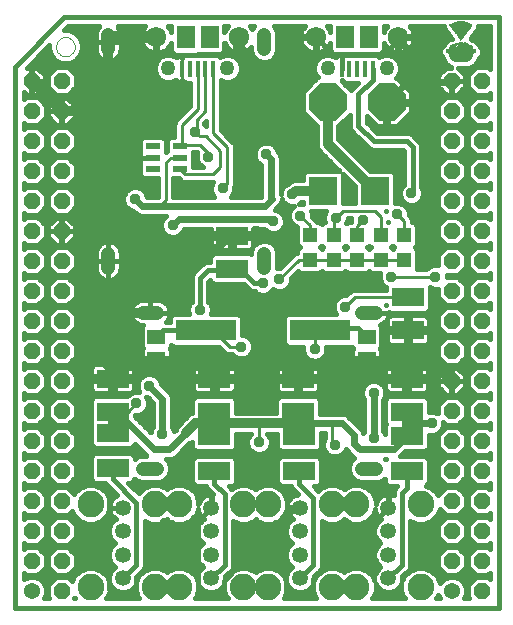
<source format=gtl>
G75*
%MOIN*%
%OFA0B0*%
%FSLAX24Y24*%
%IPPOS*%
%LPD*%
%AMOC8*
5,1,8,0,0,1.08239X$1,22.5*
%
%ADD10C,0.0160*%
%ADD11C,0.0000*%
%ADD12C,0.0540*%
%ADD13OC8,0.0540*%
%ADD14OC8,0.1250*%
%ADD15C,0.0472*%
%ADD16R,0.1063X0.0591*%
%ADD17R,0.1063X0.0630*%
%ADD18R,0.0472X0.0472*%
%ADD19R,0.2000X0.0700*%
%ADD20C,0.0531*%
%ADD21C,0.0886*%
%ADD22R,0.0157X0.0531*%
%ADD23R,0.0591X0.0748*%
%ADD24C,0.0679*%
%ADD25C,0.0502*%
%ADD26R,0.0421X0.0004*%
%ADD27R,0.0465X0.0004*%
%ADD28R,0.0492X0.0004*%
%ADD29R,0.0516X0.0004*%
%ADD30R,0.0531X0.0004*%
%ADD31R,0.0547X0.0004*%
%ADD32R,0.0563X0.0004*%
%ADD33R,0.0575X0.0004*%
%ADD34R,0.0587X0.0004*%
%ADD35R,0.0598X0.0004*%
%ADD36R,0.0610X0.0004*%
%ADD37R,0.0618X0.0004*%
%ADD38R,0.0626X0.0004*%
%ADD39R,0.0638X0.0004*%
%ADD40R,0.0646X0.0004*%
%ADD41R,0.0650X0.0004*%
%ADD42R,0.0657X0.0004*%
%ADD43R,0.0665X0.0004*%
%ADD44R,0.0673X0.0004*%
%ADD45R,0.0677X0.0004*%
%ADD46R,0.0685X0.0004*%
%ADD47R,0.0689X0.0004*%
%ADD48R,0.0693X0.0004*%
%ADD49R,0.0701X0.0004*%
%ADD50R,0.0705X0.0004*%
%ADD51R,0.0709X0.0004*%
%ADD52R,0.0717X0.0004*%
%ADD53R,0.0720X0.0004*%
%ADD54R,0.0724X0.0004*%
%ADD55R,0.0728X0.0004*%
%ADD56R,0.0732X0.0004*%
%ADD57R,0.0736X0.0004*%
%ADD58R,0.0740X0.0004*%
%ADD59R,0.0744X0.0004*%
%ADD60R,0.0748X0.0004*%
%ADD61R,0.0752X0.0004*%
%ADD62R,0.0756X0.0004*%
%ADD63R,0.0760X0.0004*%
%ADD64R,0.0764X0.0004*%
%ADD65R,0.0768X0.0004*%
%ADD66R,0.0772X0.0004*%
%ADD67R,0.0776X0.0004*%
%ADD68R,0.0780X0.0004*%
%ADD69R,0.0783X0.0004*%
%ADD70R,0.0787X0.0004*%
%ADD71R,0.0791X0.0004*%
%ADD72R,0.0795X0.0004*%
%ADD73R,0.0799X0.0004*%
%ADD74R,0.0803X0.0004*%
%ADD75R,0.0807X0.0004*%
%ADD76R,0.0811X0.0004*%
%ADD77R,0.0815X0.0004*%
%ADD78R,0.0819X0.0004*%
%ADD79R,0.0823X0.0004*%
%ADD80R,0.0827X0.0004*%
%ADD81R,0.0831X0.0004*%
%ADD82R,0.0835X0.0004*%
%ADD83R,0.0839X0.0004*%
%ADD84R,0.0909X0.0004*%
%ADD85R,0.0937X0.0004*%
%ADD86R,0.0953X0.0004*%
%ADD87R,0.0961X0.0004*%
%ADD88R,0.0969X0.0004*%
%ADD89R,0.0976X0.0004*%
%ADD90R,0.0980X0.0004*%
%ADD91R,0.0984X0.0004*%
%ADD92R,0.0965X0.0004*%
%ADD93R,0.0957X0.0004*%
%ADD94R,0.0945X0.0004*%
%ADD95R,0.0921X0.0004*%
%ADD96R,0.0232X0.0004*%
%ADD97R,0.0555X0.0004*%
%ADD98R,0.0224X0.0004*%
%ADD99R,0.0543X0.0004*%
%ADD100R,0.0539X0.0004*%
%ADD101R,0.0220X0.0004*%
%ADD102R,0.0535X0.0004*%
%ADD103R,0.0528X0.0004*%
%ADD104R,0.0520X0.0004*%
%ADD105R,0.0512X0.0004*%
%ADD106R,0.0500X0.0004*%
%ADD107R,0.0488X0.0004*%
%ADD108R,0.0484X0.0004*%
%ADD109R,0.0476X0.0004*%
%ADD110R,0.0449X0.0004*%
%ADD111R,0.0370X0.0004*%
%ADD112R,0.0043X0.0004*%
%ADD113R,0.0228X0.0004*%
%ADD114R,0.0358X0.0004*%
%ADD115R,0.0350X0.0004*%
%ADD116R,0.0343X0.0004*%
%ADD117R,0.0331X0.0004*%
%ADD118R,0.0319X0.0004*%
%ADD119R,0.0311X0.0004*%
%ADD120R,0.0307X0.0004*%
%ADD121R,0.0303X0.0004*%
%ADD122R,0.0063X0.0004*%
%ADD123R,0.0130X0.0004*%
%ADD124R,0.0445X0.0004*%
%ADD125R,0.0437X0.0004*%
%ADD126R,0.0433X0.0004*%
%ADD127R,0.0362X0.0004*%
%ADD128R,0.0047X0.0004*%
%ADD129R,0.0354X0.0004*%
%ADD130R,0.0031X0.0004*%
%ADD131R,0.0346X0.0004*%
%ADD132R,0.0339X0.0004*%
%ADD133R,0.0055X0.0004*%
%ADD134R,0.0177X0.0004*%
%ADD135R,0.0035X0.0004*%
%ADD136R,0.0161X0.0004*%
%ADD137R,0.0051X0.0004*%
%ADD138R,0.0142X0.0004*%
%ADD139R,0.0118X0.0004*%
%ADD140R,0.0091X0.0004*%
%ADD141R,0.0024X0.0004*%
%ADD142R,0.0020X0.0004*%
%ADD143R,0.0008X0.0004*%
%ADD144R,0.0004X0.0004*%
%ADD145R,0.0012X0.0004*%
%ADD146R,0.0028X0.0004*%
%ADD147R,0.0059X0.0004*%
%ADD148R,0.0067X0.0004*%
%ADD149R,0.0075X0.0004*%
%ADD150R,0.0083X0.0004*%
%ADD151R,0.0098X0.0004*%
%ADD152R,0.0106X0.0004*%
%ADD153R,0.0114X0.0004*%
%ADD154R,0.0122X0.0004*%
%ADD155R,0.0138X0.0004*%
%ADD156R,0.0146X0.0004*%
%ADD157R,0.0154X0.0004*%
%ADD158R,0.0165X0.0004*%
%ADD159R,0.0169X0.0004*%
%ADD160R,0.0185X0.0004*%
%ADD161R,0.0189X0.0004*%
%ADD162R,0.0193X0.0004*%
%ADD163R,0.0201X0.0004*%
%ADD164R,0.0209X0.0004*%
%ADD165R,0.0213X0.0004*%
%ADD166R,0.0217X0.0004*%
%ADD167R,0.0236X0.0004*%
%ADD168R,0.0240X0.0004*%
%ADD169R,0.0248X0.0004*%
%ADD170R,0.0256X0.0004*%
%ADD171R,0.0264X0.0004*%
%ADD172R,0.0272X0.0004*%
%ADD173R,0.0280X0.0004*%
%ADD174R,0.0287X0.0004*%
%ADD175R,0.0295X0.0004*%
%ADD176R,0.0299X0.0004*%
%ADD177R,0.0126X0.0004*%
%ADD178R,0.0157X0.0004*%
%ADD179R,0.0134X0.0004*%
%ADD180R,0.0173X0.0004*%
%ADD181R,0.0366X0.0004*%
%ADD182R,0.0374X0.0004*%
%ADD183R,0.0382X0.0004*%
%ADD184R,0.0390X0.0004*%
%ADD185R,0.0394X0.0004*%
%ADD186R,0.0398X0.0004*%
%ADD187R,0.0406X0.0004*%
%ADD188R,0.0409X0.0004*%
%ADD189R,0.0417X0.0004*%
%ADD190R,0.0429X0.0004*%
%ADD191R,0.0441X0.0004*%
%ADD192R,0.0453X0.0004*%
%ADD193R,0.0457X0.0004*%
%ADD194R,0.0469X0.0004*%
%ADD195R,0.0480X0.0004*%
%ADD196R,0.0504X0.0004*%
%ADD197R,0.0508X0.0004*%
%ADD198R,0.0551X0.0004*%
%ADD199R,0.0567X0.0004*%
%ADD200R,0.0579X0.0004*%
%ADD201R,0.0413X0.0004*%
%ADD202R,0.0425X0.0004*%
%ADD203R,0.0181X0.0004*%
%ADD204R,0.0634X0.0004*%
%ADD205R,0.0654X0.0004*%
%ADD206R,0.0661X0.0004*%
%ADD207R,0.0669X0.0004*%
%ADD208R,0.0697X0.0004*%
%ADD209R,0.0244X0.0004*%
%ADD210R,0.0252X0.0004*%
%ADD211R,0.0461X0.0004*%
%ADD212R,0.0094X0.0004*%
%ADD213R,0.0622X0.0004*%
%ADD214R,0.0102X0.0004*%
%ADD215R,0.0630X0.0004*%
%ADD216R,0.0614X0.0004*%
%ADD217R,0.0583X0.0004*%
%ADD218R,0.0327X0.0004*%
%ADD219R,0.0945X0.0945*%
%ADD220R,0.0591X0.0512*%
%ADD221R,0.0472X0.0236*%
%ADD222C,0.0320*%
%ADD223C,0.0376*%
%ADD224C,0.0100*%
%ADD225C,0.0240*%
%ADD226C,0.0400*%
D10*
X002254Y004003D02*
X018396Y004003D01*
X018396Y023688D01*
X003907Y023688D01*
X002254Y022034D01*
X002254Y004003D01*
X002564Y004959D02*
X002564Y005154D01*
X002630Y005088D01*
X003019Y005088D01*
X003295Y005363D01*
X003295Y005753D01*
X003019Y006028D01*
X002630Y006028D01*
X002564Y005962D01*
X002564Y006154D01*
X002630Y006088D01*
X003019Y006088D01*
X003295Y006363D01*
X003295Y006753D01*
X003019Y007028D01*
X002630Y007028D01*
X002564Y006962D01*
X002564Y007154D01*
X002630Y007088D01*
X003019Y007088D01*
X003295Y007363D01*
X003295Y007753D01*
X003019Y008028D01*
X002630Y008028D01*
X002564Y007962D01*
X002564Y008154D01*
X002630Y008088D01*
X003019Y008088D01*
X003295Y008363D01*
X003295Y008753D01*
X003019Y009028D01*
X002630Y009028D01*
X002564Y008962D01*
X002564Y009154D01*
X002630Y009088D01*
X003019Y009088D01*
X003295Y009363D01*
X003295Y009753D01*
X003019Y010028D01*
X002630Y010028D01*
X002564Y009962D01*
X002564Y010154D01*
X002630Y010088D01*
X003019Y010088D01*
X003295Y010363D01*
X003295Y010753D01*
X003019Y011028D01*
X002630Y011028D01*
X002564Y010962D01*
X002564Y011154D01*
X002630Y011088D01*
X003019Y011088D01*
X003295Y011363D01*
X003295Y011753D01*
X003019Y012028D01*
X002630Y012028D01*
X002564Y011962D01*
X002564Y012154D01*
X002630Y012088D01*
X003019Y012088D01*
X003295Y012363D01*
X003295Y012753D01*
X003019Y013028D01*
X002630Y013028D01*
X002564Y012962D01*
X002564Y013154D01*
X002630Y013088D01*
X003019Y013088D01*
X003295Y013363D01*
X003295Y013753D01*
X003019Y014028D01*
X002630Y014028D01*
X002564Y013962D01*
X002564Y014154D01*
X002630Y014088D01*
X003019Y014088D01*
X003295Y014363D01*
X003295Y014753D01*
X003019Y015028D01*
X002630Y015028D01*
X002564Y014962D01*
X002564Y015154D01*
X002630Y015088D01*
X003019Y015088D01*
X003295Y015363D01*
X003295Y015753D01*
X003019Y016028D01*
X002630Y016028D01*
X002564Y015962D01*
X002564Y016154D01*
X002630Y016088D01*
X003019Y016088D01*
X003295Y016363D01*
X003295Y016753D01*
X003019Y017028D01*
X002630Y017028D01*
X002564Y016962D01*
X002564Y017154D01*
X002630Y017088D01*
X003019Y017088D01*
X003295Y017363D01*
X003295Y017753D01*
X003019Y018028D01*
X002630Y018028D01*
X002564Y017962D01*
X002564Y018154D01*
X002630Y018088D01*
X003019Y018088D01*
X003295Y018363D01*
X003295Y018753D01*
X003019Y019028D01*
X002630Y019028D01*
X002564Y018962D01*
X002564Y019154D01*
X002630Y019088D01*
X003019Y019088D01*
X003295Y019363D01*
X003295Y019753D01*
X003019Y020028D01*
X002630Y020028D01*
X002564Y019962D01*
X002564Y020154D01*
X002630Y020088D01*
X003019Y020088D01*
X003295Y020363D01*
X003295Y020753D01*
X003019Y021028D01*
X002630Y021028D01*
X002564Y020962D01*
X002564Y021183D01*
X002638Y021108D01*
X002815Y021108D01*
X002815Y021548D01*
X002835Y021548D01*
X002835Y021568D01*
X003275Y021568D01*
X003275Y021744D01*
X003011Y022008D01*
X002835Y022008D01*
X002835Y021568D01*
X002815Y021568D01*
X002815Y022008D01*
X002666Y022008D01*
X003402Y022744D01*
X003402Y022595D01*
X003485Y022395D01*
X003638Y022242D01*
X003838Y022159D01*
X004055Y022159D01*
X004255Y022242D01*
X004409Y022395D01*
X004492Y022595D01*
X004492Y022812D01*
X004409Y023012D01*
X004255Y023166D01*
X004055Y023249D01*
X003906Y023249D01*
X004036Y023378D01*
X005054Y023378D01*
X005052Y023376D01*
X005014Y023323D01*
X004984Y023265D01*
X004964Y023203D01*
X004953Y023138D01*
X004953Y022869D01*
X004953Y022600D01*
X004964Y022535D01*
X004984Y022473D01*
X005014Y022415D01*
X005052Y022362D01*
X005098Y022315D01*
X005151Y022277D01*
X005210Y022247D01*
X005272Y022227D01*
X005337Y022217D01*
X005370Y022217D01*
X005402Y022217D01*
X005467Y022227D01*
X005529Y022247D01*
X005588Y022277D01*
X005641Y022315D01*
X005687Y022362D01*
X005726Y022415D01*
X005755Y022473D01*
X005776Y022535D01*
X005786Y022600D01*
X005786Y022869D01*
X005370Y022869D01*
X005370Y022869D01*
X005786Y022869D01*
X005786Y023138D01*
X005776Y023203D01*
X005755Y023265D01*
X005726Y023323D01*
X005687Y023376D01*
X005685Y023378D01*
X006603Y023378D01*
X006582Y023357D01*
X006534Y023291D01*
X006497Y023218D01*
X006471Y023140D01*
X006459Y023060D01*
X006459Y023052D01*
X006945Y023052D01*
X006945Y022986D01*
X006459Y022986D01*
X006459Y022978D01*
X006471Y022897D01*
X006497Y022819D01*
X006534Y022746D01*
X006582Y022680D01*
X006640Y022622D01*
X006706Y022574D01*
X006779Y022537D01*
X006857Y022512D01*
X006937Y022499D01*
X006945Y022499D01*
X006945Y022986D01*
X007011Y022986D01*
X007011Y022499D01*
X007019Y022499D01*
X007100Y022512D01*
X007178Y022537D01*
X007251Y022574D01*
X007317Y022622D01*
X007375Y022680D01*
X007423Y022746D01*
X007460Y022819D01*
X007467Y022842D01*
X007467Y022558D01*
X007584Y022441D01*
X008341Y022441D01*
X008358Y022458D01*
X008372Y022445D01*
X009128Y022445D01*
X009245Y022562D01*
X009245Y022842D01*
X009253Y022819D01*
X009290Y022746D01*
X009338Y022680D01*
X009396Y022622D01*
X009462Y022574D01*
X009535Y022537D01*
X009612Y022512D01*
X009693Y022499D01*
X009701Y022499D01*
X009701Y022986D01*
X009767Y022986D01*
X009767Y022499D01*
X009775Y022499D01*
X009856Y022512D01*
X009934Y022537D01*
X010006Y022574D01*
X010073Y022622D01*
X010130Y022680D01*
X010133Y022684D01*
X010133Y022546D01*
X010200Y022386D01*
X010322Y022263D01*
X010483Y022197D01*
X010656Y022197D01*
X010817Y022263D01*
X010939Y022386D01*
X011006Y022546D01*
X011006Y023192D01*
X010939Y023352D01*
X010914Y023378D01*
X011918Y023378D01*
X011897Y023357D01*
X011849Y023291D01*
X011812Y023218D01*
X011786Y023140D01*
X011774Y023060D01*
X011774Y023052D01*
X012260Y023052D01*
X012260Y022986D01*
X011774Y022986D01*
X011774Y022978D01*
X011786Y022897D01*
X011812Y022819D01*
X011849Y022746D01*
X011897Y022680D01*
X011955Y022622D01*
X012021Y022574D01*
X012094Y022537D01*
X012172Y022512D01*
X012252Y022499D01*
X012260Y022499D01*
X012260Y022986D01*
X012326Y022986D01*
X012326Y022499D01*
X012334Y022499D01*
X012415Y022512D01*
X012493Y022537D01*
X012565Y022574D01*
X012632Y022622D01*
X012689Y022680D01*
X012738Y022746D01*
X012775Y022819D01*
X012782Y022842D01*
X012782Y022558D01*
X012899Y022441D01*
X013656Y022441D01*
X013673Y022458D01*
X013687Y022445D01*
X014443Y022445D01*
X014560Y022562D01*
X014560Y022842D01*
X014568Y022819D01*
X014605Y022746D01*
X014653Y022680D01*
X014711Y022622D01*
X014777Y022574D01*
X014850Y022537D01*
X014927Y022512D01*
X015008Y022499D01*
X015016Y022499D01*
X015016Y022986D01*
X015082Y022986D01*
X015082Y023052D01*
X015569Y023052D01*
X015569Y023060D01*
X015556Y023140D01*
X015531Y023218D01*
X015493Y023291D01*
X015445Y023357D01*
X015425Y023378D01*
X016556Y023378D01*
X016556Y023320D01*
X016564Y023312D01*
X016564Y023308D01*
X016575Y023296D01*
X016575Y023292D01*
X016587Y023280D01*
X016587Y023276D01*
X016599Y023265D01*
X016599Y023261D01*
X016607Y023253D01*
X016607Y023253D01*
X016611Y023249D01*
X016611Y023245D01*
X016619Y023237D01*
X016619Y023233D01*
X016631Y023221D01*
X016631Y023217D01*
X016642Y023206D01*
X016642Y023202D01*
X016654Y023190D01*
X016654Y023186D01*
X016666Y023174D01*
X016666Y023170D01*
X016678Y023158D01*
X016678Y023154D01*
X016686Y023146D01*
X016686Y023143D01*
X016690Y023139D01*
X016690Y023139D01*
X016698Y023131D01*
X016698Y023127D01*
X016709Y023115D01*
X016709Y023111D01*
X016721Y023099D01*
X016721Y023095D01*
X016733Y023083D01*
X016733Y023080D01*
X016741Y023072D01*
X016741Y023068D01*
X016753Y023056D01*
X016753Y023052D01*
X016764Y023040D01*
X016764Y023036D01*
X016776Y023024D01*
X016776Y023021D01*
X016788Y023009D01*
X016788Y023005D01*
X016796Y022997D01*
X016796Y022993D01*
X016808Y022981D01*
X016808Y022977D01*
X016820Y022965D01*
X016820Y022961D01*
X016760Y022961D01*
X016756Y022957D01*
X016744Y022957D01*
X016740Y022953D01*
X016732Y022953D01*
X016728Y022949D01*
X016724Y022949D01*
X016720Y022945D01*
X016716Y022945D01*
X016708Y022937D01*
X016704Y022937D01*
X016693Y022925D01*
X016693Y022925D01*
X016575Y022808D01*
X016572Y022804D01*
X016568Y022800D01*
X016564Y022796D01*
X016564Y022792D01*
X016560Y022789D01*
X016556Y022785D01*
X016556Y022781D01*
X016552Y022777D01*
X016552Y022773D01*
X016548Y022769D01*
X016548Y022765D01*
X016457Y022674D01*
X016453Y022670D01*
X016453Y022667D01*
X016449Y022663D01*
X016449Y022659D01*
X016446Y022655D01*
X016446Y022430D01*
X016449Y022426D01*
X016449Y022422D01*
X016528Y022343D01*
X016528Y022339D01*
X016532Y022335D01*
X016532Y022324D01*
X016536Y022320D01*
X016536Y022312D01*
X016540Y022308D01*
X016540Y022300D01*
X016544Y022296D01*
X016544Y022288D01*
X016548Y022284D01*
X016548Y022276D01*
X016552Y022272D01*
X016552Y022269D01*
X016556Y022265D01*
X016556Y022257D01*
X016560Y022253D01*
X016560Y022249D01*
X016564Y022245D01*
X016564Y022241D01*
X016568Y022237D01*
X016568Y022233D01*
X016572Y022229D01*
X016572Y022225D01*
X016575Y022221D01*
X016575Y022217D01*
X016583Y022209D01*
X016583Y022206D01*
X016591Y022198D01*
X016591Y022194D01*
X016611Y022174D01*
X016611Y022170D01*
X016728Y022053D01*
X016732Y022049D01*
X016736Y022049D01*
X016740Y022045D01*
X016744Y022041D01*
X016748Y022037D01*
X016752Y022033D01*
X016756Y022033D01*
X016760Y022029D01*
X016763Y022025D01*
X016767Y022025D01*
X016771Y022021D01*
X016775Y022021D01*
X016779Y022018D01*
X016783Y022018D01*
X016787Y022014D01*
X016791Y022014D01*
X016795Y022010D01*
X016803Y022010D01*
X016804Y022008D01*
X016638Y022008D01*
X016375Y021744D01*
X016375Y021568D01*
X016815Y021568D01*
X016815Y021548D01*
X016835Y021548D01*
X016835Y021568D01*
X017275Y021568D01*
X017275Y021744D01*
X017021Y021998D01*
X017429Y021998D01*
X017433Y022002D01*
X017449Y022002D01*
X017453Y022006D01*
X017465Y022006D01*
X017469Y022010D01*
X017476Y022010D01*
X017480Y022014D01*
X017484Y022014D01*
X017488Y022018D01*
X017492Y022018D01*
X017496Y022021D01*
X017500Y022021D01*
X017504Y022025D01*
X017508Y022029D01*
X017512Y022029D01*
X017516Y022033D01*
X017520Y022037D01*
X017524Y022037D01*
X017528Y022041D01*
X017532Y022045D01*
X017535Y022049D01*
X017539Y022053D01*
X017543Y022057D01*
X017547Y022061D01*
X017551Y022065D01*
X017555Y022069D01*
X017672Y022186D01*
X017672Y022190D01*
X017680Y022198D01*
X017680Y022202D01*
X017688Y022209D01*
X017688Y022213D01*
X017696Y022221D01*
X017696Y022225D01*
X017700Y022229D01*
X017700Y022233D01*
X017704Y022237D01*
X017704Y022241D01*
X017708Y022245D01*
X017708Y022249D01*
X017712Y022253D01*
X017712Y022261D01*
X017716Y022265D01*
X017716Y022269D01*
X017720Y022272D01*
X017720Y022280D01*
X017723Y022284D01*
X017723Y022288D01*
X017727Y022292D01*
X017727Y022300D01*
X017731Y022304D01*
X017731Y022316D01*
X017735Y022320D01*
X017735Y022328D01*
X017739Y022332D01*
X017739Y022335D01*
X017826Y022422D01*
X017826Y022430D01*
X017830Y022434D01*
X017830Y022651D01*
X017826Y022655D01*
X017826Y022663D01*
X017822Y022667D01*
X017818Y022670D01*
X017814Y022674D01*
X017810Y022678D01*
X017720Y022769D01*
X017720Y022773D01*
X017716Y022777D01*
X017712Y022781D01*
X017708Y022785D01*
X017704Y022789D01*
X017700Y022792D01*
X017696Y022796D01*
X017579Y022914D01*
X017575Y022914D01*
X017571Y022918D01*
X017567Y022918D01*
X017563Y022921D01*
X017555Y022921D01*
X017551Y022925D01*
X017500Y022925D01*
X017456Y022969D01*
X017464Y022977D01*
X017464Y022981D01*
X017475Y022993D01*
X017475Y022997D01*
X017487Y023009D01*
X017487Y023013D01*
X017495Y023021D01*
X017499Y023024D01*
X017499Y023028D01*
X017511Y023040D01*
X017511Y023044D01*
X017523Y023056D01*
X017523Y023060D01*
X017535Y023072D01*
X017535Y023076D01*
X017546Y023087D01*
X017546Y023091D01*
X017558Y023103D01*
X017558Y023107D01*
X017570Y023119D01*
X017570Y023123D01*
X017582Y023135D01*
X017582Y023139D01*
X017590Y023146D01*
X017590Y023150D01*
X017601Y023162D01*
X017601Y023166D01*
X017613Y023178D01*
X017613Y023182D01*
X017625Y023194D01*
X017625Y023198D01*
X017637Y023209D01*
X017637Y023213D01*
X017649Y023225D01*
X017649Y023229D01*
X017660Y023241D01*
X017660Y023245D01*
X017668Y023253D01*
X017672Y023257D01*
X017672Y023261D01*
X017684Y023272D01*
X017684Y023276D01*
X017696Y023288D01*
X017696Y023292D01*
X017708Y023304D01*
X017708Y023308D01*
X017716Y023316D01*
X017716Y023378D01*
X018086Y023378D01*
X018086Y021962D01*
X018019Y022028D01*
X017630Y022028D01*
X017355Y021753D01*
X017355Y021363D01*
X017630Y021088D01*
X018019Y021088D01*
X018086Y021154D01*
X018086Y020962D01*
X018019Y021028D01*
X017630Y021028D01*
X017355Y020753D01*
X017355Y020363D01*
X017630Y020088D01*
X018019Y020088D01*
X018086Y020154D01*
X018086Y019962D01*
X018019Y020028D01*
X017630Y020028D01*
X017355Y019753D01*
X017355Y019363D01*
X017630Y019088D01*
X018019Y019088D01*
X018086Y019154D01*
X018086Y018962D01*
X018019Y019028D01*
X017630Y019028D01*
X017355Y018753D01*
X017355Y018363D01*
X017630Y018088D01*
X018019Y018088D01*
X018086Y018154D01*
X018086Y017962D01*
X018019Y018028D01*
X017630Y018028D01*
X017355Y017753D01*
X017355Y017363D01*
X017630Y017088D01*
X018019Y017088D01*
X018086Y017154D01*
X018086Y016962D01*
X018019Y017028D01*
X017630Y017028D01*
X017355Y016753D01*
X017355Y016363D01*
X017630Y016088D01*
X018019Y016088D01*
X018086Y016154D01*
X018086Y015962D01*
X018019Y016028D01*
X017630Y016028D01*
X017355Y015753D01*
X017355Y015363D01*
X017630Y015088D01*
X018019Y015088D01*
X018086Y015154D01*
X018086Y014962D01*
X018019Y015028D01*
X017630Y015028D01*
X017355Y014753D01*
X017355Y014363D01*
X017630Y014088D01*
X018019Y014088D01*
X018086Y014154D01*
X018086Y013962D01*
X018019Y014028D01*
X017630Y014028D01*
X017355Y013753D01*
X017355Y013363D01*
X017630Y013088D01*
X018019Y013088D01*
X018086Y013154D01*
X018086Y012962D01*
X018019Y013028D01*
X017630Y013028D01*
X017355Y012753D01*
X017355Y012363D01*
X017630Y012088D01*
X018019Y012088D01*
X018086Y012154D01*
X018086Y011962D01*
X018019Y012028D01*
X017630Y012028D01*
X017355Y011753D01*
X017355Y011363D01*
X017630Y011088D01*
X018019Y011088D01*
X018086Y011154D01*
X018086Y010962D01*
X018019Y011028D01*
X017630Y011028D01*
X017355Y010753D01*
X017355Y010363D01*
X017630Y010088D01*
X018019Y010088D01*
X018086Y010154D01*
X018086Y009962D01*
X018019Y010028D01*
X017630Y010028D01*
X017355Y009753D01*
X017355Y009363D01*
X017630Y009088D01*
X018019Y009088D01*
X018086Y009154D01*
X018086Y008962D01*
X018019Y009028D01*
X017630Y009028D01*
X017355Y008753D01*
X017355Y008363D01*
X017630Y008088D01*
X018019Y008088D01*
X018086Y008154D01*
X018086Y007962D01*
X018019Y008028D01*
X017630Y008028D01*
X017355Y007753D01*
X017355Y007363D01*
X017630Y007088D01*
X018019Y007088D01*
X018086Y007154D01*
X018086Y006962D01*
X018019Y007028D01*
X017630Y007028D01*
X017355Y006753D01*
X017355Y006363D01*
X017630Y006088D01*
X018019Y006088D01*
X018086Y006154D01*
X018086Y005962D01*
X018019Y006028D01*
X017630Y006028D01*
X017355Y005753D01*
X017355Y005363D01*
X017630Y005088D01*
X018019Y005088D01*
X018086Y005154D01*
X018086Y004962D01*
X018019Y005028D01*
X017630Y005028D01*
X017355Y004753D01*
X017355Y004363D01*
X017405Y004313D01*
X017232Y004313D01*
X017295Y004465D01*
X017295Y004652D01*
X017223Y004824D01*
X017091Y004957D01*
X016918Y005028D01*
X016731Y005028D01*
X016558Y004957D01*
X016426Y004824D01*
X016330Y005056D01*
X016149Y005237D01*
X015913Y005335D01*
X015657Y005335D01*
X015421Y005237D01*
X015240Y005056D01*
X015180Y004911D01*
X015180Y005049D01*
X015405Y005273D01*
X015447Y005376D01*
X015447Y006892D01*
X015657Y006805D01*
X015913Y006805D01*
X016149Y006903D01*
X016330Y007084D01*
X016419Y007299D01*
X016630Y007088D01*
X017019Y007088D01*
X017295Y007363D01*
X017295Y007753D01*
X017019Y008028D01*
X016630Y008028D01*
X016355Y007753D01*
X016330Y007812D01*
X016149Y007993D01*
X015957Y008073D01*
X016056Y008172D01*
X016056Y008928D01*
X015939Y009045D01*
X015111Y009045D01*
X015282Y009216D01*
X015939Y009216D01*
X016056Y009333D01*
X016056Y009764D01*
X016074Y009757D01*
X016229Y009757D01*
X016371Y009816D01*
X016480Y009925D01*
X016540Y010067D01*
X016540Y010179D01*
X016630Y010088D01*
X017019Y010088D01*
X017295Y010363D01*
X017295Y010753D01*
X017019Y011028D01*
X016630Y011028D01*
X016355Y010753D01*
X016355Y010481D01*
X016229Y010533D01*
X016074Y010533D01*
X016056Y010525D01*
X016056Y010936D01*
X015939Y011053D01*
X014710Y011053D01*
X014593Y010936D01*
X014593Y010141D01*
X014619Y010115D01*
X014593Y010090D01*
X014593Y009791D01*
X014551Y009892D01*
X014542Y009901D01*
X014542Y010939D01*
X014551Y010948D01*
X014610Y011091D01*
X014610Y011246D01*
X014551Y011388D01*
X014442Y011497D01*
X014300Y011556D01*
X014145Y011556D01*
X014002Y011497D01*
X013893Y011388D01*
X013834Y011246D01*
X013834Y011091D01*
X013893Y010948D01*
X013902Y010939D01*
X013902Y009901D01*
X013893Y009892D01*
X013867Y009829D01*
X013824Y009932D01*
X013734Y010022D01*
X013341Y010416D01*
X013223Y010465D01*
X012434Y010465D01*
X012434Y010936D01*
X012317Y011053D01*
X011088Y011053D01*
X010971Y010936D01*
X010971Y010505D01*
X009639Y010505D01*
X009639Y010936D01*
X009522Y011053D01*
X008293Y011053D01*
X008176Y010936D01*
X008176Y010492D01*
X008074Y010450D01*
X007972Y010349D01*
X007972Y010349D01*
X007657Y010034D01*
X007617Y009937D01*
X007559Y009878D01*
X007504Y010010D01*
X007495Y010019D01*
X007495Y011035D01*
X007446Y011153D01*
X007130Y011469D01*
X007130Y011482D01*
X007071Y011624D01*
X006962Y011734D01*
X006819Y011793D01*
X006665Y011793D01*
X006522Y011734D01*
X006413Y011624D01*
X006354Y011482D01*
X006354Y011327D01*
X006410Y011192D01*
X006386Y011202D01*
X006232Y011202D01*
X006089Y011143D01*
X005999Y011053D01*
X004907Y011053D01*
X004790Y010936D01*
X004790Y009452D01*
X004907Y009334D01*
X006136Y009334D01*
X006253Y009452D01*
X006253Y009472D01*
X006628Y009097D01*
X006649Y009076D01*
X006450Y009076D01*
X006289Y009010D01*
X006253Y008973D01*
X006253Y009046D01*
X006136Y009164D01*
X004907Y009164D01*
X004790Y009046D01*
X004790Y008290D01*
X004907Y008173D01*
X005269Y008173D01*
X005284Y008136D01*
X005672Y007748D01*
X005623Y007723D01*
X005566Y007682D01*
X005516Y007632D01*
X005475Y007575D01*
X005443Y007513D01*
X005428Y007467D01*
X005428Y007576D01*
X005330Y007812D01*
X005149Y007993D01*
X004913Y008091D01*
X004657Y008091D01*
X004421Y007993D01*
X004240Y007812D01*
X004239Y007809D01*
X004019Y008028D01*
X003630Y008028D01*
X003355Y007753D01*
X003355Y007363D01*
X003630Y007088D01*
X004019Y007088D01*
X004174Y007243D01*
X004240Y007084D01*
X004421Y006903D01*
X004657Y006805D01*
X004913Y006805D01*
X005149Y006903D01*
X005330Y007084D01*
X005414Y007285D01*
X005421Y007237D01*
X005443Y007170D01*
X005475Y007108D01*
X005516Y007051D01*
X005566Y007002D01*
X005622Y006961D01*
X005592Y006949D01*
X005461Y006818D01*
X005390Y006647D01*
X005390Y006461D01*
X005461Y006290D01*
X005591Y006160D01*
X005461Y006031D01*
X005390Y005859D01*
X005390Y005674D01*
X005461Y005503D01*
X005591Y005373D01*
X005461Y005243D01*
X005390Y005072D01*
X005390Y004911D01*
X005330Y005056D01*
X005149Y005237D01*
X004913Y005335D01*
X004657Y005335D01*
X004421Y005237D01*
X004240Y005056D01*
X004167Y004880D01*
X004019Y005028D01*
X003630Y005028D01*
X003355Y004753D01*
X003355Y004363D01*
X003405Y004313D01*
X003232Y004313D01*
X003295Y004465D01*
X003295Y004652D01*
X003223Y004824D01*
X003091Y004957D01*
X002918Y005028D01*
X002731Y005028D01*
X002564Y004959D01*
X002564Y005112D02*
X002606Y005112D01*
X003044Y005112D02*
X003606Y005112D01*
X003630Y005088D02*
X004019Y005088D01*
X004295Y005363D01*
X004295Y005753D01*
X004019Y006028D01*
X003630Y006028D01*
X003355Y005753D01*
X003355Y005363D01*
X003630Y005088D01*
X003556Y004954D02*
X003093Y004954D01*
X003235Y004795D02*
X003397Y004795D01*
X003355Y004637D02*
X003295Y004637D01*
X003295Y004478D02*
X003355Y004478D01*
X003398Y004320D02*
X003235Y004320D01*
X003202Y005271D02*
X003447Y005271D01*
X003355Y005429D02*
X003295Y005429D01*
X003295Y005588D02*
X003355Y005588D01*
X003355Y005746D02*
X003295Y005746D01*
X003142Y005905D02*
X003507Y005905D01*
X003630Y006088D02*
X004019Y006088D01*
X004295Y006363D01*
X004295Y006753D01*
X004019Y007028D01*
X003630Y007028D01*
X003355Y006753D01*
X003355Y006363D01*
X003630Y006088D01*
X003496Y006222D02*
X003153Y006222D01*
X003295Y006380D02*
X003355Y006380D01*
X003355Y006539D02*
X003295Y006539D01*
X003295Y006697D02*
X003355Y006697D01*
X003458Y006856D02*
X003191Y006856D01*
X003033Y007014D02*
X003616Y007014D01*
X003545Y007173D02*
X003104Y007173D01*
X003263Y007331D02*
X003387Y007331D01*
X003355Y007490D02*
X003295Y007490D01*
X003295Y007648D02*
X003355Y007648D01*
X003409Y007807D02*
X003240Y007807D01*
X003082Y007965D02*
X003567Y007965D01*
X003630Y008088D02*
X004019Y008088D01*
X004295Y008363D01*
X004295Y008753D01*
X004019Y009028D01*
X003630Y009028D01*
X003355Y008753D01*
X003355Y008363D01*
X003630Y008088D01*
X003594Y008124D02*
X003055Y008124D01*
X003214Y008282D02*
X003436Y008282D01*
X003355Y008441D02*
X003295Y008441D01*
X003295Y008599D02*
X003355Y008599D01*
X003360Y008758D02*
X003289Y008758D01*
X003131Y008916D02*
X003518Y008916D01*
X003630Y009088D02*
X004019Y009088D01*
X004295Y009363D01*
X004295Y009753D01*
X004019Y010028D01*
X003630Y010028D01*
X003355Y009753D01*
X003355Y009363D01*
X003630Y009088D01*
X003485Y009233D02*
X003165Y009233D01*
X003295Y009392D02*
X003355Y009392D01*
X003355Y009550D02*
X003295Y009550D01*
X003295Y009709D02*
X003355Y009709D01*
X003469Y009867D02*
X003180Y009867D01*
X003021Y010026D02*
X003628Y010026D01*
X003630Y010088D02*
X004019Y010088D01*
X004295Y010363D01*
X004295Y010753D01*
X004019Y011028D01*
X003630Y011028D01*
X003355Y010753D01*
X003355Y010363D01*
X003630Y010088D01*
X003534Y010184D02*
X003116Y010184D01*
X003274Y010343D02*
X003375Y010343D01*
X003355Y010501D02*
X003295Y010501D01*
X003295Y010660D02*
X003355Y010660D01*
X003420Y010818D02*
X003229Y010818D01*
X003070Y010977D02*
X003579Y010977D01*
X003630Y011088D02*
X004019Y011088D01*
X004295Y011363D01*
X004295Y011753D01*
X004019Y012028D01*
X003630Y012028D01*
X003355Y011753D01*
X003355Y011363D01*
X003630Y011088D01*
X003583Y011135D02*
X003067Y011135D01*
X003225Y011294D02*
X003424Y011294D01*
X003355Y011452D02*
X003295Y011452D01*
X003295Y011611D02*
X003355Y011611D01*
X003371Y011769D02*
X003278Y011769D01*
X003119Y011928D02*
X003530Y011928D01*
X003630Y012088D02*
X003355Y012363D01*
X003355Y012753D01*
X003630Y013028D01*
X004019Y013028D01*
X004295Y012753D01*
X004295Y012363D01*
X004019Y012088D01*
X003630Y012088D01*
X003473Y012245D02*
X003176Y012245D01*
X003295Y012403D02*
X003355Y012403D01*
X003355Y012562D02*
X003295Y012562D01*
X003295Y012720D02*
X003355Y012720D01*
X003481Y012879D02*
X003168Y012879D01*
X003127Y013196D02*
X003522Y013196D01*
X003630Y013088D02*
X003355Y013363D01*
X003355Y013753D01*
X003630Y014028D01*
X004019Y014028D01*
X004295Y013753D01*
X004295Y013363D01*
X004019Y013088D01*
X003630Y013088D01*
X003364Y013354D02*
X003286Y013354D01*
X003295Y013513D02*
X003355Y013513D01*
X003355Y013671D02*
X003295Y013671D01*
X003217Y013830D02*
X003432Y013830D01*
X003590Y013988D02*
X003059Y013988D01*
X003078Y014147D02*
X003571Y014147D01*
X003630Y014088D02*
X004019Y014088D01*
X004295Y014363D01*
X004295Y014753D01*
X004019Y015028D01*
X003630Y015028D01*
X003355Y014753D01*
X003355Y014363D01*
X003630Y014088D01*
X003413Y014305D02*
X003237Y014305D01*
X003295Y014464D02*
X003355Y014464D01*
X003355Y014622D02*
X003295Y014622D01*
X003266Y014781D02*
X003383Y014781D01*
X003541Y014939D02*
X003108Y014939D01*
X003029Y015098D02*
X003620Y015098D01*
X003630Y015088D02*
X004019Y015088D01*
X004295Y015363D01*
X004295Y015753D01*
X004019Y016028D01*
X003630Y016028D01*
X003355Y015753D01*
X003355Y015363D01*
X003630Y015088D01*
X003462Y015256D02*
X003188Y015256D01*
X003295Y015415D02*
X003355Y015415D01*
X003355Y015573D02*
X003295Y015573D01*
X003295Y015732D02*
X003355Y015732D01*
X003492Y015890D02*
X003157Y015890D01*
X003139Y016207D02*
X003539Y016207D01*
X003638Y016108D02*
X003375Y016372D01*
X003375Y016548D01*
X003815Y016548D01*
X003835Y016548D01*
X003835Y016568D01*
X004275Y016568D01*
X004275Y016744D01*
X004011Y017008D01*
X003835Y017008D01*
X003835Y016568D01*
X003815Y016568D01*
X003815Y017008D01*
X003638Y017008D01*
X003375Y016744D01*
X003375Y016568D01*
X003815Y016568D01*
X003815Y016548D01*
X003815Y016108D01*
X003638Y016108D01*
X003835Y016108D02*
X004011Y016108D01*
X004275Y016372D01*
X004275Y016548D01*
X003835Y016548D01*
X003835Y016108D01*
X003835Y016207D02*
X003815Y016207D01*
X003815Y016366D02*
X003835Y016366D01*
X003835Y016524D02*
X003815Y016524D01*
X003815Y016683D02*
X003835Y016683D01*
X003835Y016841D02*
X003815Y016841D01*
X003815Y017000D02*
X003835Y017000D01*
X004019Y017000D02*
X007222Y017000D01*
X007200Y016979D02*
X007141Y016836D01*
X007141Y016682D01*
X007200Y016539D01*
X007310Y016430D01*
X007452Y016371D01*
X007607Y016371D01*
X007749Y016430D01*
X007858Y016539D01*
X007898Y016636D01*
X008786Y016636D01*
X008786Y016482D01*
X009420Y016482D01*
X009420Y016327D01*
X008786Y016327D01*
X008786Y016066D01*
X008799Y016020D01*
X008822Y015979D01*
X008856Y015946D01*
X008897Y015922D01*
X008943Y015910D01*
X009420Y015910D01*
X009420Y016327D01*
X009575Y016327D01*
X009575Y015910D01*
X010053Y015910D01*
X010099Y015922D01*
X010140Y015946D01*
X010166Y015972D01*
X010133Y015892D01*
X010133Y015796D01*
X010112Y015817D01*
X008884Y015817D01*
X008766Y015700D01*
X008766Y015543D01*
X008655Y015543D01*
X008552Y015500D01*
X008473Y015421D01*
X008198Y015146D01*
X008155Y015043D01*
X008155Y014193D01*
X008106Y014144D01*
X008047Y014001D01*
X008047Y013847D01*
X008064Y013805D01*
X007539Y013805D01*
X007422Y013688D01*
X007422Y013535D01*
X007293Y013535D01*
X007326Y013569D01*
X007365Y013622D01*
X007395Y013680D01*
X007415Y013742D01*
X007425Y013807D01*
X007425Y013840D01*
X007425Y013873D01*
X007415Y013937D01*
X007395Y014000D01*
X007365Y014058D01*
X007326Y014111D01*
X007280Y014157D01*
X007227Y014196D01*
X007169Y014226D01*
X007106Y014246D01*
X007042Y014256D01*
X006773Y014256D01*
X006773Y013840D01*
X007425Y013840D01*
X006773Y013840D01*
X006773Y013840D01*
X006773Y013840D01*
X006773Y014256D01*
X006504Y014256D01*
X006439Y014246D01*
X006377Y014226D01*
X006318Y014196D01*
X006265Y014157D01*
X006219Y014111D01*
X006180Y014058D01*
X006151Y014000D01*
X006131Y013937D01*
X006120Y013873D01*
X006120Y013840D01*
X006773Y013840D01*
X006773Y013840D01*
X006120Y013840D01*
X006120Y013807D01*
X006131Y013742D01*
X006151Y013680D01*
X006180Y013622D01*
X006219Y013569D01*
X006265Y013522D01*
X006318Y013484D01*
X006377Y013454D01*
X006439Y013434D01*
X006504Y013424D01*
X006530Y013424D01*
X006483Y013377D01*
X006483Y012700D01*
X006534Y012648D01*
X006515Y012616D01*
X006503Y012570D01*
X006503Y012338D01*
X006930Y012338D01*
X006930Y012242D01*
X007026Y012242D01*
X007026Y011854D01*
X007297Y011854D01*
X007343Y011867D01*
X007384Y011890D01*
X007418Y011924D01*
X007441Y011965D01*
X007453Y012011D01*
X007453Y012242D01*
X007026Y012242D01*
X007026Y012338D01*
X007453Y012338D01*
X007453Y012570D01*
X007441Y012616D01*
X007422Y012648D01*
X007473Y012700D01*
X007473Y012770D01*
X007539Y012705D01*
X009064Y012705D01*
X009207Y012562D01*
X009278Y012492D01*
X009369Y012454D01*
X009514Y012454D01*
X009593Y012375D01*
X009736Y012316D01*
X009890Y012316D01*
X010033Y012375D01*
X010142Y012484D01*
X010201Y012627D01*
X010201Y012781D01*
X010142Y012924D01*
X010033Y013033D01*
X009890Y013092D01*
X009822Y013092D01*
X009822Y013688D01*
X009704Y013805D01*
X008806Y013805D01*
X008823Y013847D01*
X008823Y014001D01*
X008764Y014144D01*
X008715Y014193D01*
X008715Y014871D01*
X008766Y014923D01*
X008766Y014904D01*
X008884Y014787D01*
X009892Y014787D01*
X010087Y014592D01*
X010190Y014550D01*
X010253Y014550D01*
X010302Y014501D01*
X010444Y014442D01*
X010599Y014442D01*
X010741Y014501D01*
X010851Y014610D01*
X010854Y014618D01*
X010996Y014560D01*
X011150Y014560D01*
X011293Y014619D01*
X011402Y014728D01*
X011461Y014871D01*
X011461Y014982D01*
X011708Y015230D01*
X011777Y015161D01*
X012415Y015161D01*
X012490Y015236D01*
X012565Y015161D01*
X013203Y015161D01*
X013277Y015236D01*
X013352Y015161D01*
X013990Y015161D01*
X014065Y015236D01*
X014139Y015161D01*
X014449Y015161D01*
X014425Y015104D01*
X014425Y014949D01*
X014484Y014807D01*
X014593Y014698D01*
X014633Y014681D01*
X014633Y014607D01*
X013543Y014607D01*
X013451Y014569D01*
X013380Y014499D01*
X013312Y014430D01*
X013200Y014430D01*
X013058Y014371D01*
X012948Y014262D01*
X012889Y014120D01*
X012889Y013965D01*
X012948Y013822D01*
X012966Y013805D01*
X011339Y013805D01*
X011222Y013688D01*
X011222Y012822D01*
X011339Y012705D01*
X011867Y012705D01*
X011866Y012702D01*
X011866Y012548D01*
X011925Y012405D01*
X012034Y012296D01*
X012177Y012237D01*
X012331Y012237D01*
X012474Y012296D01*
X012583Y012405D01*
X012642Y012548D01*
X012642Y012702D01*
X012641Y012705D01*
X013491Y012705D01*
X013491Y012700D01*
X013542Y012648D01*
X013523Y012616D01*
X013511Y012570D01*
X013511Y012338D01*
X013938Y012338D01*
X013938Y012242D01*
X014034Y012242D01*
X014034Y011854D01*
X014305Y011854D01*
X014351Y011867D01*
X014392Y011890D01*
X014425Y011924D01*
X014449Y011965D01*
X014461Y012011D01*
X014461Y012242D01*
X014034Y012242D01*
X014034Y012338D01*
X014461Y012338D01*
X014461Y012570D01*
X014449Y012616D01*
X014430Y012648D01*
X014481Y012700D01*
X014481Y013377D01*
X014420Y013438D01*
X014469Y013454D01*
X014527Y013484D01*
X014580Y013522D01*
X014626Y013569D01*
X014657Y013611D01*
X014653Y013594D01*
X014653Y013332D01*
X015287Y013332D01*
X015287Y013750D01*
X014809Y013750D01*
X014763Y013738D01*
X014722Y013714D01*
X014698Y013690D01*
X014715Y013742D01*
X014725Y013807D01*
X014725Y013840D01*
X014725Y013867D01*
X014750Y013842D01*
X015978Y013842D01*
X016096Y013959D01*
X016096Y014679D01*
X016192Y014638D01*
X016347Y014638D01*
X016355Y014642D01*
X016355Y014363D01*
X016630Y014088D01*
X017019Y014088D01*
X017295Y014363D01*
X017295Y014753D01*
X017019Y015028D01*
X016658Y015028D01*
X016658Y015088D01*
X017019Y015088D01*
X017295Y015363D01*
X017295Y015753D01*
X017019Y016028D01*
X016630Y016028D01*
X016355Y015753D01*
X016355Y015411D01*
X016347Y015415D01*
X016192Y015415D01*
X016050Y015356D01*
X015971Y015277D01*
X015680Y015277D01*
X015682Y015278D01*
X015682Y015917D01*
X015588Y016011D01*
X015682Y016105D01*
X015682Y016743D01*
X015565Y016860D01*
X015496Y016860D01*
X015496Y016927D01*
X015458Y017019D01*
X015398Y017079D01*
X015398Y017190D01*
X015339Y017333D01*
X015230Y017442D01*
X015087Y017501D01*
X014934Y017501D01*
X014934Y018456D01*
X014817Y018573D01*
X014098Y018573D01*
X013047Y019625D01*
X013047Y020047D01*
X013430Y020430D01*
X013430Y020010D01*
X013473Y019907D01*
X013985Y019396D01*
X014064Y019317D01*
X014167Y019274D01*
X015209Y019274D01*
X015242Y019241D01*
X015242Y018130D01*
X015153Y018042D01*
X015094Y017899D01*
X015094Y017745D01*
X015153Y017602D01*
X015262Y017493D01*
X015405Y017434D01*
X015559Y017434D01*
X015702Y017493D01*
X015811Y017602D01*
X015870Y017745D01*
X015870Y017899D01*
X015811Y018042D01*
X015802Y018051D01*
X015802Y019413D01*
X015759Y019516D01*
X015680Y019595D01*
X015483Y019792D01*
X015380Y019834D01*
X014338Y019834D01*
X013990Y020182D01*
X013990Y020380D01*
X014322Y020048D01*
X014605Y020048D01*
X014605Y020803D01*
X014705Y020803D01*
X014705Y020048D01*
X014989Y020048D01*
X015460Y020520D01*
X015460Y020803D01*
X014705Y020803D01*
X014705Y020903D01*
X015460Y020903D01*
X015460Y021187D01*
X014989Y021658D01*
X014966Y021658D01*
X015038Y021730D01*
X015106Y021896D01*
X015106Y022075D01*
X015038Y022241D01*
X014911Y022368D01*
X014745Y022436D01*
X014566Y022436D01*
X014406Y022370D01*
X014345Y022431D01*
X013254Y022431D01*
X013234Y022411D01*
X013159Y022411D01*
X013057Y022411D01*
X013011Y022399D01*
X012970Y022375D01*
X012952Y022358D01*
X012942Y022368D01*
X012777Y022436D01*
X012597Y022436D01*
X012431Y022368D01*
X012305Y022241D01*
X012236Y022075D01*
X012236Y021896D01*
X012305Y021730D01*
X012356Y021678D01*
X012345Y021678D01*
X011862Y021195D01*
X011862Y020512D01*
X012327Y020047D01*
X012327Y019404D01*
X012382Y019271D01*
X013080Y018573D01*
X011974Y018573D01*
X011857Y018456D01*
X011857Y018261D01*
X011552Y018261D01*
X011420Y018206D01*
X011354Y018140D01*
X011286Y018112D01*
X011177Y018002D01*
X011118Y017860D01*
X011118Y017782D01*
X011117Y017784D01*
X011117Y019027D01*
X011068Y019145D01*
X011028Y019186D01*
X011028Y019198D01*
X010969Y019341D01*
X010859Y019450D01*
X010717Y019509D01*
X010562Y019509D01*
X010420Y019450D01*
X010311Y019341D01*
X010252Y019198D01*
X010252Y019044D01*
X010311Y018901D01*
X010420Y018792D01*
X010477Y018768D01*
X010477Y017718D01*
X010468Y017709D01*
X009461Y017709D01*
X009512Y017759D01*
X009571Y017902D01*
X009571Y018040D01*
X009590Y018087D01*
X009590Y019407D01*
X009552Y019499D01*
X009482Y019569D01*
X009118Y019933D01*
X009118Y021588D01*
X009119Y021589D01*
X009251Y021534D01*
X009430Y021534D01*
X009596Y021603D01*
X009723Y021730D01*
X009791Y021896D01*
X009791Y022075D01*
X009723Y022241D01*
X009596Y022368D01*
X009430Y022436D01*
X009251Y022436D01*
X009091Y022370D01*
X009030Y022431D01*
X007939Y022431D01*
X007919Y022411D01*
X007844Y022411D01*
X007742Y022411D01*
X007696Y022399D01*
X007655Y022375D01*
X007637Y022358D01*
X007627Y022368D01*
X007462Y022436D01*
X007282Y022436D01*
X007116Y022368D01*
X006990Y022241D01*
X006921Y022075D01*
X006921Y021896D01*
X006990Y021730D01*
X007116Y021603D01*
X007282Y021534D01*
X007462Y021534D01*
X007616Y021598D01*
X007622Y021589D01*
X007655Y021556D01*
X007696Y021532D01*
X007742Y021520D01*
X007844Y021520D01*
X007844Y021594D01*
X007844Y021594D01*
X007844Y021520D01*
X007919Y021520D01*
X007939Y021500D01*
X008106Y021500D01*
X008106Y020721D01*
X007613Y020227D01*
X007575Y020135D01*
X007575Y019695D01*
X007447Y019695D01*
X007329Y019578D01*
X007329Y019223D01*
X007309Y019215D01*
X007296Y019202D01*
X007296Y019578D01*
X007179Y019695D01*
X006541Y019695D01*
X006424Y019578D01*
X006424Y019176D01*
X006446Y019154D01*
X006444Y019145D01*
X006444Y019003D01*
X006860Y019003D01*
X006860Y019003D01*
X006444Y019003D01*
X006444Y018861D01*
X006446Y018852D01*
X006424Y018830D01*
X006424Y018428D01*
X006541Y018311D01*
X007043Y018311D01*
X007043Y017709D01*
X006655Y017709D01*
X006599Y017845D01*
X006489Y017954D01*
X006347Y018013D01*
X006192Y018013D01*
X006050Y017954D01*
X005941Y017845D01*
X005881Y017702D01*
X005881Y017548D01*
X005941Y017405D01*
X006050Y017296D01*
X006192Y017237D01*
X006205Y017237D01*
X006234Y017208D01*
X006325Y017117D01*
X006442Y017069D01*
X007290Y017069D01*
X007200Y016979D01*
X007144Y016841D02*
X004178Y016841D01*
X004275Y016683D02*
X007141Y016683D01*
X007215Y016524D02*
X004275Y016524D01*
X004269Y016366D02*
X009420Y016366D01*
X009498Y016405D02*
X009144Y016050D01*
X006033Y016050D01*
X005600Y016483D01*
X005128Y016483D01*
X005210Y016191D02*
X005151Y016161D01*
X005098Y016123D01*
X005052Y016076D01*
X005014Y016023D01*
X004984Y015965D01*
X004964Y015903D01*
X004953Y015838D01*
X004953Y015569D01*
X004953Y015300D01*
X004964Y015235D01*
X004984Y015173D01*
X005014Y015115D01*
X005052Y015062D01*
X005098Y015015D01*
X005151Y014977D01*
X005210Y014947D01*
X005272Y014927D01*
X005337Y014917D01*
X005370Y014917D01*
X005402Y014917D01*
X005467Y014927D01*
X005529Y014947D01*
X005588Y014977D01*
X005641Y015015D01*
X005687Y015062D01*
X005726Y015115D01*
X005755Y015173D01*
X005776Y015235D01*
X005786Y015300D01*
X005786Y015569D01*
X005370Y015569D01*
X005370Y015569D01*
X005786Y015569D01*
X005786Y015838D01*
X005776Y015903D01*
X005755Y015965D01*
X005726Y016023D01*
X005687Y016076D01*
X005641Y016123D01*
X005588Y016161D01*
X005529Y016191D01*
X005467Y016211D01*
X005402Y016222D01*
X005370Y016222D01*
X005370Y015569D01*
X005370Y014917D01*
X005370Y015569D01*
X005370Y015569D01*
X005370Y015569D01*
X005370Y016222D01*
X005337Y016222D01*
X005272Y016211D01*
X005210Y016191D01*
X005260Y016207D02*
X004110Y016207D01*
X004157Y015890D02*
X004962Y015890D01*
X004953Y015732D02*
X004295Y015732D01*
X004295Y015573D02*
X004953Y015573D01*
X004953Y015569D02*
X005370Y015569D01*
X004953Y015569D01*
X004953Y015415D02*
X004295Y015415D01*
X004188Y015256D02*
X004960Y015256D01*
X005026Y015098D02*
X004029Y015098D01*
X004108Y014939D02*
X005233Y014939D01*
X005370Y014939D02*
X005370Y014939D01*
X005506Y014939D02*
X008155Y014939D01*
X008155Y014781D02*
X004266Y014781D01*
X004295Y014622D02*
X008155Y014622D01*
X008155Y014464D02*
X004295Y014464D01*
X004237Y014305D02*
X008155Y014305D01*
X008109Y014147D02*
X007291Y014147D01*
X007398Y013988D02*
X008047Y013988D01*
X008054Y013830D02*
X007425Y013830D01*
X007422Y013671D02*
X007390Y013671D01*
X007195Y013255D02*
X008622Y013255D01*
X008816Y013830D02*
X012945Y013830D01*
X012889Y013988D02*
X008823Y013988D01*
X008761Y014147D02*
X012901Y014147D01*
X012992Y014305D02*
X008715Y014305D01*
X008715Y014464D02*
X010390Y014464D01*
X010653Y014464D02*
X013346Y014464D01*
X014073Y013840D02*
X014725Y013840D01*
X014073Y013840D01*
X014073Y013840D01*
X013691Y013334D02*
X012136Y013334D01*
X011866Y012562D02*
X010174Y012562D01*
X010201Y012720D02*
X011323Y012720D01*
X011222Y012879D02*
X010160Y012879D01*
X010021Y013037D02*
X011222Y013037D01*
X011222Y013196D02*
X009822Y013196D01*
X009822Y013354D02*
X011222Y013354D01*
X011222Y013513D02*
X009822Y013513D01*
X009822Y013671D02*
X011222Y013671D01*
X011296Y014622D02*
X014633Y014622D01*
X014510Y014781D02*
X011424Y014781D01*
X011461Y014939D02*
X014429Y014939D01*
X014425Y015098D02*
X011576Y015098D01*
X011107Y015336D02*
X011510Y015739D01*
X011510Y015739D01*
X011581Y015809D01*
X011660Y015842D01*
X011660Y015917D01*
X011754Y016011D01*
X011660Y016105D01*
X011660Y016704D01*
X011562Y016745D01*
X011452Y016854D01*
X011393Y016997D01*
X011393Y017151D01*
X011452Y017294D01*
X011553Y017394D01*
X011429Y017394D01*
X011286Y017453D01*
X011177Y017563D01*
X011156Y017612D01*
X011156Y017561D01*
X011108Y017444D01*
X010929Y017265D01*
X010953Y017265D01*
X011096Y017206D01*
X011205Y017097D01*
X011264Y016954D01*
X011264Y016800D01*
X011205Y016657D01*
X011096Y016548D01*
X010953Y016489D01*
X010799Y016489D01*
X010656Y016548D01*
X010568Y016636D01*
X010209Y016636D01*
X010209Y016482D01*
X009575Y016482D01*
X009575Y016327D01*
X010209Y016327D01*
X010209Y016066D01*
X010208Y016061D01*
X010322Y016175D01*
X010483Y016242D01*
X010656Y016242D01*
X010817Y016175D01*
X010939Y016052D01*
X011006Y015892D01*
X011006Y015336D01*
X011107Y015336D01*
X011186Y015415D02*
X011006Y015415D01*
X011006Y015573D02*
X011345Y015573D01*
X011503Y015732D02*
X011006Y015732D01*
X011006Y015890D02*
X011660Y015890D01*
X011716Y016049D02*
X010941Y016049D01*
X010739Y016207D02*
X011660Y016207D01*
X011660Y016366D02*
X009575Y016366D01*
X009575Y016207D02*
X009420Y016207D01*
X009420Y016049D02*
X009575Y016049D01*
X010133Y015890D02*
X005777Y015890D01*
X005786Y015732D02*
X008798Y015732D01*
X008766Y015573D02*
X005786Y015573D01*
X005786Y015415D02*
X008467Y015415D01*
X008308Y015256D02*
X005779Y015256D01*
X005713Y015098D02*
X008178Y015098D01*
X008435Y014987D02*
X008710Y015263D01*
X009459Y015263D01*
X009498Y015302D01*
X009773Y015302D01*
X010246Y014830D01*
X010522Y014830D01*
X010057Y014622D02*
X008715Y014622D01*
X008715Y014781D02*
X009899Y014781D01*
X010209Y016207D02*
X010401Y016207D01*
X010209Y016524D02*
X010713Y016524D01*
X011039Y016524D02*
X011660Y016524D01*
X011660Y016683D02*
X011216Y016683D01*
X011264Y016841D02*
X011465Y016841D01*
X011393Y017000D02*
X011245Y017000D01*
X011143Y017158D02*
X011396Y017158D01*
X011476Y017317D02*
X010981Y017317D01*
X011121Y017475D02*
X011264Y017475D01*
X011117Y017792D02*
X011118Y017792D01*
X011117Y017951D02*
X011155Y017951D01*
X011117Y018109D02*
X011284Y018109D01*
X011117Y018268D02*
X011857Y018268D01*
X011857Y018426D02*
X011117Y018426D01*
X011117Y018585D02*
X013068Y018585D01*
X013202Y018451D02*
X013589Y018064D01*
X013589Y017481D01*
X013202Y017481D01*
X013202Y018451D01*
X013202Y018426D02*
X013227Y018426D01*
X013202Y018268D02*
X013385Y018268D01*
X013544Y018109D02*
X013202Y018109D01*
X013202Y017951D02*
X013589Y017951D01*
X013589Y017792D02*
X013202Y017792D01*
X013202Y017634D02*
X013589Y017634D01*
X013480Y016981D02*
X013351Y016981D01*
X013351Y016918D01*
X013309Y016817D01*
X013352Y016860D01*
X013459Y016860D01*
X013459Y016861D01*
X013480Y016882D01*
X013480Y016981D01*
X013333Y016841D02*
X013319Y016841D01*
X013277Y016063D02*
X013226Y016011D01*
X013277Y015959D01*
X013329Y016011D01*
X013277Y016063D01*
X013264Y016049D02*
X013291Y016049D01*
X014013Y016011D02*
X014065Y016063D01*
X014117Y016011D01*
X014065Y015959D01*
X014013Y016011D01*
X014051Y016049D02*
X014078Y016049D01*
X014709Y016860D02*
X014714Y016860D01*
X014709Y016866D01*
X014709Y016860D01*
X014632Y017215D02*
X014618Y017228D01*
X014637Y017228D01*
X014632Y017215D01*
X014934Y017634D02*
X015140Y017634D01*
X015149Y017475D02*
X015304Y017475D01*
X015345Y017317D02*
X016401Y017317D01*
X016355Y017363D02*
X016630Y017088D01*
X017019Y017088D01*
X017295Y017363D01*
X017295Y017753D01*
X017019Y018028D01*
X016630Y018028D01*
X016355Y017753D01*
X016355Y017363D01*
X016355Y017475D02*
X015660Y017475D01*
X015824Y017634D02*
X016355Y017634D01*
X016394Y017792D02*
X015870Y017792D01*
X015849Y017951D02*
X016553Y017951D01*
X016630Y018088D02*
X017019Y018088D01*
X017295Y018363D01*
X017295Y018753D01*
X017019Y019028D01*
X016630Y019028D01*
X016355Y018753D01*
X016355Y018363D01*
X016630Y018088D01*
X016609Y018109D02*
X015802Y018109D01*
X015802Y018268D02*
X016450Y018268D01*
X016355Y018426D02*
X015802Y018426D01*
X015802Y018585D02*
X016355Y018585D01*
X016355Y018743D02*
X015802Y018743D01*
X015802Y018902D02*
X016504Y018902D01*
X016630Y019088D02*
X017019Y019088D01*
X017295Y019363D01*
X017295Y019753D01*
X017019Y020028D01*
X016630Y020028D01*
X016355Y019753D01*
X016355Y019363D01*
X016630Y019088D01*
X016499Y019219D02*
X015802Y019219D01*
X015802Y019377D02*
X016355Y019377D01*
X016355Y019536D02*
X015739Y019536D01*
X015580Y019694D02*
X016355Y019694D01*
X016455Y019853D02*
X014319Y019853D01*
X014161Y020011D02*
X016613Y020011D01*
X016630Y020088D02*
X017019Y020088D01*
X017295Y020363D01*
X017295Y020753D01*
X017019Y021028D01*
X016630Y021028D01*
X016355Y020753D01*
X016355Y020363D01*
X016630Y020088D01*
X016548Y020170D02*
X015110Y020170D01*
X015269Y020328D02*
X016390Y020328D01*
X016355Y020487D02*
X015427Y020487D01*
X015460Y020645D02*
X016355Y020645D01*
X016406Y020804D02*
X014705Y020804D01*
X014705Y020645D02*
X014605Y020645D01*
X014605Y020487D02*
X014705Y020487D01*
X014705Y020328D02*
X014605Y020328D01*
X014605Y020170D02*
X014705Y020170D01*
X014200Y020170D02*
X014002Y020170D01*
X013990Y020328D02*
X014042Y020328D01*
X013710Y020066D02*
X014222Y019554D01*
X015325Y019554D01*
X015522Y019357D01*
X015522Y017861D01*
X015482Y017822D01*
X015221Y018109D02*
X014934Y018109D01*
X014934Y017951D02*
X015116Y017951D01*
X015094Y017792D02*
X014934Y017792D01*
X014934Y018268D02*
X015242Y018268D01*
X015242Y018426D02*
X014934Y018426D01*
X015242Y018585D02*
X014086Y018585D01*
X013928Y018743D02*
X015242Y018743D01*
X015242Y018902D02*
X013769Y018902D01*
X013611Y019060D02*
X015242Y019060D01*
X015242Y019219D02*
X013452Y019219D01*
X013294Y019377D02*
X014003Y019377D01*
X013844Y019536D02*
X013135Y019536D01*
X013047Y019694D02*
X013686Y019694D01*
X013527Y019853D02*
X013047Y019853D01*
X013047Y020011D02*
X013430Y020011D01*
X013430Y020170D02*
X013170Y020170D01*
X013329Y020328D02*
X013430Y020328D01*
X013710Y020066D02*
X013710Y021129D01*
X014183Y021601D01*
X014183Y021966D01*
X014387Y022389D02*
X014452Y022389D01*
X014577Y022468D02*
X013159Y022468D01*
X013159Y021966D01*
X013159Y022337D02*
X013159Y022411D01*
X013159Y022337D01*
X013159Y022337D01*
X013159Y022389D02*
X013159Y022389D01*
X013159Y022468D02*
X012844Y022468D01*
X012293Y023019D01*
X012260Y023023D02*
X011006Y023023D01*
X011006Y023181D02*
X011800Y023181D01*
X011884Y023340D02*
X010945Y023340D01*
X011006Y022864D02*
X011797Y022864D01*
X011878Y022706D02*
X011006Y022706D01*
X011006Y022547D02*
X012074Y022547D01*
X012260Y022547D02*
X012326Y022547D01*
X012326Y022706D02*
X012260Y022706D01*
X012260Y022864D02*
X012326Y022864D01*
X012513Y022547D02*
X012793Y022547D01*
X012782Y022706D02*
X012708Y022706D01*
X012891Y022389D02*
X012994Y022389D01*
X012483Y022389D02*
X010941Y022389D01*
X010738Y022230D02*
X012300Y022230D01*
X012236Y022072D02*
X009791Y022072D01*
X009791Y021913D02*
X012236Y021913D01*
X012294Y021755D02*
X009733Y021755D01*
X009580Y021596D02*
X012263Y021596D01*
X012105Y021438D02*
X009118Y021438D01*
X009118Y021279D02*
X011946Y021279D01*
X011862Y021121D02*
X009118Y021121D01*
X009118Y020962D02*
X011862Y020962D01*
X011862Y020804D02*
X009118Y020804D01*
X009118Y020645D02*
X011862Y020645D01*
X011887Y020487D02*
X009118Y020487D01*
X009118Y020328D02*
X012045Y020328D01*
X012204Y020170D02*
X009118Y020170D01*
X009118Y020011D02*
X012327Y020011D01*
X012327Y019853D02*
X009198Y019853D01*
X009357Y019694D02*
X012327Y019694D01*
X012327Y019536D02*
X009515Y019536D01*
X009590Y019377D02*
X010347Y019377D01*
X010260Y019219D02*
X009590Y019219D01*
X009590Y019060D02*
X010252Y019060D01*
X010310Y018902D02*
X009590Y018902D01*
X009590Y018743D02*
X010477Y018743D01*
X010477Y018585D02*
X009590Y018585D01*
X009590Y018426D02*
X010477Y018426D01*
X010477Y018268D02*
X009590Y018268D01*
X009590Y018109D02*
X010477Y018109D01*
X010477Y017951D02*
X009571Y017951D01*
X009526Y017792D02*
X010477Y017792D01*
X011117Y018743D02*
X012910Y018743D01*
X012751Y018902D02*
X011117Y018902D01*
X011103Y019060D02*
X012593Y019060D01*
X012434Y019219D02*
X011019Y019219D01*
X010932Y019377D02*
X012338Y019377D01*
X011857Y017541D02*
X011857Y017462D01*
X011734Y017462D01*
X011813Y017541D01*
X011857Y017541D01*
X011857Y017475D02*
X011748Y017475D01*
X012138Y017228D02*
X012647Y017228D01*
X012633Y017215D01*
X012574Y017072D01*
X012574Y016918D01*
X012598Y016860D01*
X012565Y016860D01*
X012490Y016786D01*
X012415Y016860D01*
X012325Y016860D01*
X012308Y016900D01*
X012169Y017039D01*
X012169Y017151D01*
X012138Y017228D01*
X012166Y017158D02*
X012610Y017158D01*
X012574Y017000D02*
X012209Y017000D01*
X012434Y016841D02*
X012546Y016841D01*
X012490Y016063D02*
X012438Y016011D01*
X012490Y015959D01*
X012542Y016011D01*
X012490Y016063D01*
X012476Y016049D02*
X012504Y016049D01*
X014629Y014107D02*
X014633Y014107D01*
X014633Y014103D01*
X014629Y014107D01*
X014725Y013830D02*
X016432Y013830D01*
X016355Y013753D02*
X016355Y013363D01*
X016630Y013088D01*
X017019Y013088D01*
X017295Y013363D01*
X017295Y013753D01*
X017019Y014028D01*
X016630Y014028D01*
X016355Y013753D01*
X016355Y013671D02*
X016045Y013671D01*
X016040Y013680D02*
X016063Y013639D01*
X016076Y013594D01*
X016076Y013332D01*
X015442Y013332D01*
X015442Y013177D01*
X016076Y013177D01*
X016076Y012916D01*
X016063Y012870D01*
X016040Y012829D01*
X016006Y012796D01*
X015965Y012772D01*
X015919Y012760D01*
X015442Y012760D01*
X015442Y013177D01*
X015287Y013177D01*
X015287Y012760D01*
X014809Y012760D01*
X014763Y012772D01*
X014722Y012796D01*
X014689Y012829D01*
X014665Y012870D01*
X014653Y012916D01*
X014653Y013177D01*
X015287Y013177D01*
X015287Y013332D01*
X015442Y013332D01*
X015442Y013750D01*
X015919Y013750D01*
X015965Y013738D01*
X016006Y013714D01*
X016040Y013680D01*
X016076Y013513D02*
X016355Y013513D01*
X016364Y013354D02*
X016076Y013354D01*
X016076Y013037D02*
X018086Y013037D01*
X017522Y013196D02*
X017127Y013196D01*
X017019Y013028D02*
X016630Y013028D01*
X016355Y012753D01*
X016355Y012363D01*
X016630Y012088D01*
X017019Y012088D01*
X017295Y012363D01*
X017295Y012753D01*
X017019Y013028D01*
X017168Y012879D02*
X017481Y012879D01*
X017355Y012720D02*
X017295Y012720D01*
X017295Y012562D02*
X017355Y012562D01*
X017355Y012403D02*
X017295Y012403D01*
X017176Y012245D02*
X017473Y012245D01*
X017530Y011928D02*
X017091Y011928D01*
X017011Y012008D02*
X016835Y012008D01*
X016835Y011568D01*
X017275Y011568D01*
X017275Y011744D01*
X017011Y012008D01*
X016835Y011928D02*
X016815Y011928D01*
X016815Y012008D02*
X016638Y012008D01*
X016375Y011744D01*
X016375Y011568D01*
X016815Y011568D01*
X016815Y012008D01*
X016815Y011769D02*
X016835Y011769D01*
X016835Y011611D02*
X016815Y011611D01*
X016815Y011568D02*
X016835Y011568D01*
X016835Y011548D01*
X017275Y011548D01*
X017275Y011372D01*
X017011Y011108D01*
X016835Y011108D01*
X016835Y011548D01*
X016815Y011548D01*
X016815Y011108D01*
X016638Y011108D01*
X016375Y011372D01*
X016375Y011548D01*
X016815Y011548D01*
X016815Y011568D01*
X016815Y011452D02*
X016835Y011452D01*
X016835Y011294D02*
X016815Y011294D01*
X016815Y011135D02*
X016835Y011135D01*
X017038Y011135D02*
X017583Y011135D01*
X017579Y010977D02*
X017070Y010977D01*
X017229Y010818D02*
X017420Y010818D01*
X017355Y010660D02*
X017295Y010660D01*
X017295Y010501D02*
X017355Y010501D01*
X017375Y010343D02*
X017274Y010343D01*
X017116Y010184D02*
X017534Y010184D01*
X017628Y010026D02*
X017021Y010026D01*
X017019Y010028D02*
X016630Y010028D01*
X016355Y009753D01*
X016355Y009363D01*
X016630Y009088D01*
X017019Y009088D01*
X017295Y009363D01*
X017295Y009753D01*
X017019Y010028D01*
X017180Y009867D02*
X017469Y009867D01*
X017355Y009709D02*
X017295Y009709D01*
X017295Y009550D02*
X017355Y009550D01*
X017355Y009392D02*
X017295Y009392D01*
X017165Y009233D02*
X017485Y009233D01*
X017518Y008916D02*
X017131Y008916D01*
X017019Y009028D02*
X016630Y009028D01*
X016355Y008753D01*
X016355Y008363D01*
X016630Y008088D01*
X017019Y008088D01*
X017295Y008363D01*
X017295Y008753D01*
X017019Y009028D01*
X017289Y008758D02*
X017360Y008758D01*
X017355Y008599D02*
X017295Y008599D01*
X017295Y008441D02*
X017355Y008441D01*
X017436Y008282D02*
X017214Y008282D01*
X017055Y008124D02*
X017594Y008124D01*
X017567Y007965D02*
X017082Y007965D01*
X017240Y007807D02*
X017409Y007807D01*
X017355Y007648D02*
X017295Y007648D01*
X017295Y007490D02*
X017355Y007490D01*
X017387Y007331D02*
X017263Y007331D01*
X017104Y007173D02*
X017545Y007173D01*
X017616Y007014D02*
X017033Y007014D01*
X017019Y007028D02*
X016630Y007028D01*
X016355Y006753D01*
X016355Y006363D01*
X016630Y006088D01*
X017019Y006088D01*
X017295Y006363D01*
X017295Y006753D01*
X017019Y007028D01*
X017191Y006856D02*
X017458Y006856D01*
X017355Y006697D02*
X017295Y006697D01*
X017295Y006539D02*
X017355Y006539D01*
X017355Y006380D02*
X017295Y006380D01*
X017153Y006222D02*
X017496Y006222D01*
X017507Y005905D02*
X017142Y005905D01*
X017019Y006028D02*
X016630Y006028D01*
X016355Y005753D01*
X016355Y005363D01*
X016630Y005088D01*
X017019Y005088D01*
X017295Y005363D01*
X017295Y005753D01*
X017019Y006028D01*
X017295Y005746D02*
X017355Y005746D01*
X017355Y005588D02*
X017295Y005588D01*
X017295Y005429D02*
X017355Y005429D01*
X017447Y005271D02*
X017202Y005271D01*
X017044Y005112D02*
X017606Y005112D01*
X017556Y004954D02*
X017093Y004954D01*
X017235Y004795D02*
X017397Y004795D01*
X017355Y004637D02*
X017295Y004637D01*
X017295Y004478D02*
X017355Y004478D01*
X017398Y004320D02*
X017235Y004320D01*
X016417Y004313D02*
X016371Y004426D01*
X016330Y004328D01*
X016316Y004313D01*
X016417Y004313D01*
X016415Y004320D02*
X016323Y004320D01*
X016373Y004954D02*
X016556Y004954D01*
X016606Y005112D02*
X016274Y005112D01*
X016447Y005271D02*
X016067Y005271D01*
X016355Y005429D02*
X015447Y005429D01*
X015447Y005588D02*
X016355Y005588D01*
X016355Y005746D02*
X015447Y005746D01*
X015447Y005905D02*
X016507Y005905D01*
X016496Y006222D02*
X015447Y006222D01*
X015447Y006380D02*
X016355Y006380D01*
X016355Y006539D02*
X015447Y006539D01*
X015447Y006697D02*
X016355Y006697D01*
X016458Y006856D02*
X016036Y006856D01*
X016261Y007014D02*
X016616Y007014D01*
X016545Y007173D02*
X016367Y007173D01*
X016332Y007807D02*
X016409Y007807D01*
X016567Y007965D02*
X016177Y007965D01*
X016008Y008124D02*
X016594Y008124D01*
X016436Y008282D02*
X016056Y008282D01*
X016056Y008441D02*
X016355Y008441D01*
X016355Y008599D02*
X016056Y008599D01*
X016056Y008758D02*
X016360Y008758D01*
X016518Y008916D02*
X016056Y008916D01*
X015956Y009233D02*
X016485Y009233D01*
X016355Y009392D02*
X016056Y009392D01*
X016056Y009550D02*
X016355Y009550D01*
X016355Y009709D02*
X016056Y009709D01*
X016423Y009867D02*
X016469Y009867D01*
X016522Y010026D02*
X016628Y010026D01*
X016355Y010501D02*
X016304Y010501D01*
X016355Y010660D02*
X016056Y010660D01*
X016056Y010818D02*
X016420Y010818D01*
X016579Y010977D02*
X016015Y010977D01*
X015926Y011158D02*
X015967Y011182D01*
X016000Y011215D01*
X016024Y011256D01*
X016036Y011302D01*
X016036Y011563D01*
X015402Y011563D01*
X015402Y011146D01*
X015880Y011146D01*
X015926Y011158D01*
X016034Y011294D02*
X016452Y011294D01*
X016375Y011452D02*
X016036Y011452D01*
X016036Y011718D02*
X016036Y011979D01*
X016024Y012025D01*
X016000Y012066D01*
X015967Y012100D01*
X015926Y012123D01*
X015880Y012136D01*
X015402Y012136D01*
X015402Y011718D01*
X016036Y011718D01*
X016036Y011769D02*
X016400Y011769D01*
X016375Y011611D02*
X015402Y011611D01*
X015402Y011563D02*
X015402Y011718D01*
X015247Y011718D01*
X015247Y011563D01*
X015402Y011563D01*
X015402Y011452D02*
X015247Y011452D01*
X015247Y011563D02*
X015247Y011146D01*
X014769Y011146D01*
X014724Y011158D01*
X014683Y011182D01*
X014649Y011215D01*
X014625Y011256D01*
X014613Y011302D01*
X014613Y011563D01*
X015247Y011563D01*
X015247Y011611D02*
X011780Y011611D01*
X011780Y011563D02*
X011780Y011718D01*
X012414Y011718D01*
X012414Y011979D01*
X012402Y012025D01*
X012378Y012066D01*
X012345Y012100D01*
X012304Y012123D01*
X012258Y012136D01*
X011780Y012136D01*
X011780Y011718D01*
X011625Y011718D01*
X011625Y011563D01*
X011780Y011563D01*
X011780Y011146D01*
X012258Y011146D01*
X012304Y011158D01*
X012345Y011182D01*
X012378Y011215D01*
X012402Y011256D01*
X012414Y011302D01*
X012414Y011563D01*
X011780Y011563D01*
X011780Y011452D02*
X011625Y011452D01*
X011625Y011563D02*
X011625Y011146D01*
X011147Y011146D01*
X011102Y011158D01*
X011061Y011182D01*
X011027Y011215D01*
X011003Y011256D01*
X010991Y011302D01*
X010991Y011563D01*
X011625Y011563D01*
X011625Y011611D02*
X008985Y011611D01*
X008985Y011563D02*
X008985Y011718D01*
X009619Y011718D01*
X009619Y011979D01*
X009607Y012025D01*
X009583Y012066D01*
X009549Y012100D01*
X009508Y012123D01*
X009463Y012136D01*
X008985Y012136D01*
X008985Y011718D01*
X008830Y011718D01*
X008830Y011563D01*
X008985Y011563D01*
X008985Y011146D01*
X009463Y011146D01*
X009508Y011158D01*
X009549Y011182D01*
X009583Y011215D01*
X009607Y011256D01*
X009619Y011302D01*
X009619Y011563D01*
X008985Y011563D01*
X008985Y011452D02*
X008830Y011452D01*
X008830Y011563D02*
X008830Y011146D01*
X008352Y011146D01*
X008306Y011158D01*
X008265Y011182D01*
X008232Y011215D01*
X008208Y011256D01*
X008196Y011302D01*
X008196Y011563D01*
X008830Y011563D01*
X008830Y011611D02*
X007077Y011611D01*
X007147Y011452D02*
X008196Y011452D01*
X008198Y011294D02*
X007305Y011294D01*
X007453Y011135D02*
X013834Y011135D01*
X013854Y011294D02*
X012412Y011294D01*
X012414Y011452D02*
X013958Y011452D01*
X013938Y011854D02*
X013667Y011854D01*
X013621Y011867D01*
X013580Y011890D01*
X013547Y011924D01*
X013523Y011965D01*
X013511Y012011D01*
X013511Y012242D01*
X013938Y012242D01*
X013938Y011854D01*
X013938Y011928D02*
X014034Y011928D01*
X014034Y012086D02*
X013938Y012086D01*
X013938Y012245D02*
X012351Y012245D01*
X012358Y012086D02*
X013511Y012086D01*
X013514Y012074D02*
X013592Y011995D01*
X013592Y011680D01*
X013544Y011928D02*
X012414Y011928D01*
X012414Y011769D02*
X014613Y011769D01*
X014613Y011718D02*
X015247Y011718D01*
X015247Y012136D01*
X014769Y012136D01*
X014724Y012123D01*
X014683Y012100D01*
X014649Y012066D01*
X014625Y012025D01*
X014613Y011979D01*
X014613Y011718D01*
X014613Y011928D02*
X014428Y011928D01*
X014461Y012086D02*
X014669Y012086D01*
X014461Y012403D02*
X016355Y012403D01*
X016355Y012562D02*
X014461Y012562D01*
X014481Y012720D02*
X016355Y012720D01*
X016481Y012879D02*
X016066Y012879D01*
X016522Y013196D02*
X015442Y013196D01*
X015364Y013255D02*
X015325Y013216D01*
X015325Y012074D01*
X015402Y012086D02*
X015247Y012086D01*
X015247Y011928D02*
X015402Y011928D01*
X015402Y011769D02*
X015247Y011769D01*
X015247Y011294D02*
X015402Y011294D01*
X016036Y011928D02*
X016558Y011928D01*
X016473Y012245D02*
X014034Y012245D01*
X013511Y012403D02*
X012581Y012403D01*
X012642Y012562D02*
X013511Y012562D01*
X013986Y013038D02*
X013691Y013334D01*
X014481Y013354D02*
X014653Y013354D01*
X014653Y013513D02*
X014567Y013513D01*
X014481Y013196D02*
X015287Y013196D01*
X015287Y013354D02*
X015442Y013354D01*
X015442Y013513D02*
X015287Y013513D01*
X015287Y013671D02*
X015442Y013671D01*
X015442Y013037D02*
X015287Y013037D01*
X015287Y012879D02*
X015442Y012879D01*
X014663Y012879D02*
X014481Y012879D01*
X014481Y013037D02*
X014653Y013037D01*
X014613Y011452D02*
X014487Y011452D01*
X014590Y011294D02*
X014615Y011294D01*
X014610Y011135D02*
X016611Y011135D01*
X017197Y011294D02*
X017424Y011294D01*
X017355Y011452D02*
X017275Y011452D01*
X017275Y011611D02*
X017355Y011611D01*
X017371Y011769D02*
X017250Y011769D01*
X018086Y012086D02*
X015980Y012086D01*
X014634Y010977D02*
X014563Y010977D01*
X014542Y010818D02*
X014593Y010818D01*
X014593Y010660D02*
X014542Y010660D01*
X014542Y010501D02*
X014593Y010501D01*
X014593Y010343D02*
X014542Y010343D01*
X014542Y010184D02*
X014593Y010184D01*
X014593Y010026D02*
X014542Y010026D01*
X014562Y009867D02*
X014593Y009867D01*
X015141Y009075D02*
X018086Y009075D01*
X018086Y010026D02*
X018021Y010026D01*
X018070Y010977D02*
X018086Y010977D01*
X018086Y011135D02*
X018067Y011135D01*
X017364Y013354D02*
X017286Y013354D01*
X017295Y013513D02*
X017355Y013513D01*
X017355Y013671D02*
X017295Y013671D01*
X017217Y013830D02*
X017432Y013830D01*
X017590Y013988D02*
X017059Y013988D01*
X017078Y014147D02*
X017571Y014147D01*
X017413Y014305D02*
X017237Y014305D01*
X017295Y014464D02*
X017355Y014464D01*
X017355Y014622D02*
X017295Y014622D01*
X017266Y014781D02*
X017383Y014781D01*
X017541Y014939D02*
X017108Y014939D01*
X017029Y015098D02*
X017620Y015098D01*
X017462Y015256D02*
X017188Y015256D01*
X017295Y015415D02*
X017355Y015415D01*
X017355Y015573D02*
X017295Y015573D01*
X017295Y015732D02*
X017355Y015732D01*
X017492Y015890D02*
X017157Y015890D01*
X017019Y016088D02*
X017295Y016363D01*
X017295Y016753D01*
X017019Y017028D01*
X016630Y017028D01*
X016355Y016753D01*
X016355Y016363D01*
X016630Y016088D01*
X017019Y016088D01*
X017139Y016207D02*
X017511Y016207D01*
X017355Y016366D02*
X017295Y016366D01*
X017295Y016524D02*
X017355Y016524D01*
X017355Y016683D02*
X017295Y016683D01*
X017206Y016841D02*
X017443Y016841D01*
X017602Y017000D02*
X017047Y017000D01*
X017090Y017158D02*
X017560Y017158D01*
X017401Y017317D02*
X017248Y017317D01*
X017295Y017475D02*
X017355Y017475D01*
X017355Y017634D02*
X017295Y017634D01*
X017255Y017792D02*
X017394Y017792D01*
X017553Y017951D02*
X017096Y017951D01*
X017041Y018109D02*
X017609Y018109D01*
X017450Y018268D02*
X017199Y018268D01*
X017295Y018426D02*
X017355Y018426D01*
X017355Y018585D02*
X017295Y018585D01*
X017295Y018743D02*
X017355Y018743D01*
X017504Y018902D02*
X017145Y018902D01*
X017150Y019219D02*
X017499Y019219D01*
X017355Y019377D02*
X017295Y019377D01*
X017295Y019536D02*
X017355Y019536D01*
X017355Y019694D02*
X017295Y019694D01*
X017194Y019853D02*
X017455Y019853D01*
X017613Y020011D02*
X017036Y020011D01*
X017101Y020170D02*
X017548Y020170D01*
X017390Y020328D02*
X017260Y020328D01*
X017295Y020487D02*
X017355Y020487D01*
X017355Y020645D02*
X017295Y020645D01*
X017243Y020804D02*
X017406Y020804D01*
X017564Y020962D02*
X017085Y020962D01*
X017011Y021108D02*
X017275Y021372D01*
X017275Y021548D01*
X016835Y021548D01*
X016835Y021108D01*
X017011Y021108D01*
X017024Y021121D02*
X017597Y021121D01*
X017439Y021279D02*
X017182Y021279D01*
X017275Y021438D02*
X017355Y021438D01*
X017355Y021596D02*
X017275Y021596D01*
X017264Y021755D02*
X017357Y021755D01*
X017515Y021913D02*
X017106Y021913D01*
X016709Y022072D02*
X015106Y022072D01*
X015106Y021913D02*
X016544Y021913D01*
X016385Y021755D02*
X015048Y021755D01*
X015051Y021596D02*
X016375Y021596D01*
X016375Y021548D02*
X016375Y021372D01*
X016638Y021108D01*
X016815Y021108D01*
X016815Y021548D01*
X016375Y021548D01*
X016375Y021438D02*
X015209Y021438D01*
X015368Y021279D02*
X016467Y021279D01*
X016625Y021121D02*
X015460Y021121D01*
X015460Y020962D02*
X016564Y020962D01*
X016815Y021121D02*
X016835Y021121D01*
X016835Y021279D02*
X016815Y021279D01*
X016815Y021438D02*
X016835Y021438D01*
X016789Y021523D02*
X016825Y021558D01*
X016570Y022230D02*
X015042Y022230D01*
X014859Y022389D02*
X016483Y022389D01*
X016446Y022547D02*
X015269Y022547D01*
X015249Y022537D02*
X015321Y022574D01*
X015388Y022622D01*
X015445Y022680D01*
X015493Y022746D01*
X015531Y022819D01*
X015556Y022897D01*
X015569Y022978D01*
X015569Y022986D01*
X015082Y022986D01*
X015082Y022499D01*
X015090Y022499D01*
X015171Y022512D01*
X015249Y022537D01*
X015082Y022547D02*
X015016Y022547D01*
X015016Y022706D02*
X015082Y022706D01*
X015082Y022864D02*
X015016Y022864D01*
X015049Y022940D02*
X014577Y022468D01*
X014546Y022547D02*
X014829Y022547D01*
X014634Y022706D02*
X014560Y022706D01*
X014560Y023195D02*
X014560Y023378D01*
X014674Y023378D01*
X014653Y023357D01*
X014605Y023291D01*
X014568Y023218D01*
X014560Y023195D01*
X014560Y023340D02*
X014640Y023340D01*
X015082Y023023D02*
X016776Y023023D01*
X016820Y022961D02*
X016820Y022961D01*
X016632Y022864D02*
X015545Y022864D01*
X015464Y022706D02*
X016489Y022706D01*
X016659Y023181D02*
X015542Y023181D01*
X015458Y023340D02*
X016556Y023340D01*
X017495Y023021D02*
X017495Y023021D01*
X017498Y023023D02*
X018086Y023023D01*
X018086Y023181D02*
X017613Y023181D01*
X017668Y023253D02*
X017668Y023253D01*
X017716Y023340D02*
X018086Y023340D01*
X018086Y022864D02*
X017628Y022864D01*
X017782Y022706D02*
X018086Y022706D01*
X018086Y022547D02*
X017830Y022547D01*
X017793Y022389D02*
X018086Y022389D01*
X018086Y022230D02*
X017700Y022230D01*
X017558Y022072D02*
X018086Y022072D01*
X018052Y021121D02*
X018086Y021121D01*
X018085Y020962D02*
X018086Y020962D01*
X018086Y020011D02*
X018036Y020011D01*
X018086Y019060D02*
X015802Y019060D01*
X015398Y017158D02*
X016560Y017158D01*
X016602Y017000D02*
X015466Y017000D01*
X015584Y016841D02*
X016443Y016841D01*
X016355Y016683D02*
X015682Y016683D01*
X015682Y016524D02*
X016355Y016524D01*
X016355Y016366D02*
X015682Y016366D01*
X015682Y016207D02*
X016511Y016207D01*
X016492Y015890D02*
X015682Y015890D01*
X015682Y015732D02*
X016355Y015732D01*
X016355Y015573D02*
X015682Y015573D01*
X015682Y015415D02*
X016355Y015415D01*
X016355Y014622D02*
X016096Y014622D01*
X016096Y014464D02*
X016355Y014464D01*
X016413Y014305D02*
X016096Y014305D01*
X016096Y014147D02*
X016571Y014147D01*
X016590Y013988D02*
X016096Y013988D01*
X014852Y015959D02*
X014800Y016011D01*
X014852Y016063D01*
X014904Y016011D01*
X014852Y015959D01*
X014839Y016049D02*
X014866Y016049D01*
X015626Y016049D02*
X018086Y016049D01*
X018047Y017000D02*
X018086Y017000D01*
X018041Y018109D02*
X018086Y018109D01*
X018029Y015098D02*
X018086Y015098D01*
X018078Y014147D02*
X018086Y014147D01*
X018086Y013988D02*
X018059Y013988D01*
X014623Y008959D02*
X014615Y008950D01*
X014607Y008959D01*
X014623Y008959D01*
X014593Y008307D02*
X014593Y008172D01*
X014710Y008055D01*
X015004Y008055D01*
X014930Y007980D01*
X014887Y007878D01*
X014887Y007754D01*
X014886Y007755D01*
X014819Y007776D01*
X014750Y007787D01*
X014723Y007787D01*
X014723Y007350D01*
X014706Y007350D01*
X014706Y007787D01*
X014679Y007787D01*
X014610Y007776D01*
X014543Y007755D01*
X014481Y007723D01*
X014424Y007682D01*
X014374Y007632D01*
X014333Y007575D01*
X014301Y007513D01*
X014286Y007467D01*
X014286Y007576D01*
X014189Y007812D01*
X014008Y007993D01*
X013771Y008091D01*
X013516Y008091D01*
X013279Y007993D01*
X013238Y007952D01*
X013197Y007993D01*
X012960Y008091D01*
X012705Y008091D01*
X012468Y007993D01*
X012375Y007900D01*
X012373Y007902D01*
X012220Y008055D01*
X012356Y008055D01*
X012473Y008172D01*
X012473Y008928D01*
X012356Y009045D01*
X011128Y009045D01*
X011010Y008928D01*
X011010Y008172D01*
X011128Y008055D01*
X011473Y008055D01*
X011505Y007978D01*
X011700Y007783D01*
X011657Y007776D01*
X011591Y007755D01*
X011528Y007723D01*
X011471Y007682D01*
X011422Y007632D01*
X011380Y007575D01*
X011349Y007513D01*
X011334Y007467D01*
X011334Y007576D01*
X011236Y007812D01*
X011055Y007993D01*
X010819Y008091D01*
X010563Y008091D01*
X010327Y007993D01*
X010285Y007952D01*
X010244Y007993D01*
X010008Y008091D01*
X009752Y008091D01*
X009516Y007993D01*
X009481Y007959D01*
X009420Y008020D01*
X009385Y008055D01*
X009522Y008055D01*
X009639Y008172D01*
X009639Y008928D01*
X009522Y009045D01*
X008293Y009045D01*
X008176Y008928D01*
X008176Y008172D01*
X008293Y008055D01*
X008638Y008055D01*
X008670Y007978D01*
X008864Y007784D01*
X008844Y007787D01*
X008818Y007787D01*
X008818Y007350D01*
X008800Y007350D01*
X008800Y007787D01*
X008774Y007787D01*
X008705Y007776D01*
X008638Y007755D01*
X008575Y007723D01*
X008519Y007682D01*
X008469Y007632D01*
X008428Y007575D01*
X008396Y007513D01*
X008381Y007467D01*
X008381Y007576D01*
X008283Y007812D01*
X008102Y007993D01*
X007866Y008091D01*
X007610Y008091D01*
X007374Y007993D01*
X007333Y007952D01*
X007291Y007993D01*
X007055Y008091D01*
X006799Y008091D01*
X006563Y007993D01*
X006391Y007821D01*
X006039Y008173D01*
X006136Y008173D01*
X006253Y008290D01*
X006253Y008307D01*
X006289Y008270D01*
X006450Y008204D01*
X007096Y008204D01*
X007256Y008270D01*
X007379Y008393D01*
X007445Y008553D01*
X007445Y008727D01*
X007379Y008887D01*
X007307Y008959D01*
X007475Y008959D01*
X007593Y009007D01*
X008070Y009485D01*
X008166Y009525D01*
X008176Y009534D01*
X008176Y009333D01*
X008293Y009216D01*
X009522Y009216D01*
X009639Y009333D01*
X009639Y009785D01*
X010124Y009785D01*
X010074Y009735D01*
X010015Y009592D01*
X010015Y009438D01*
X010074Y009295D01*
X010184Y009186D01*
X010326Y009127D01*
X010481Y009127D01*
X010623Y009186D01*
X010732Y009295D01*
X010792Y009438D01*
X010792Y009592D01*
X010732Y009735D01*
X010682Y009785D01*
X011010Y009785D01*
X011010Y009333D01*
X011128Y009216D01*
X012356Y009216D01*
X012473Y009333D01*
X012473Y009825D01*
X012594Y009825D01*
X012594Y009656D01*
X012535Y009513D01*
X012535Y009359D01*
X012594Y009216D01*
X012703Y009107D01*
X012846Y009048D01*
X013000Y009048D01*
X013143Y009107D01*
X013252Y009216D01*
X013284Y009292D01*
X013479Y009097D01*
X013569Y009007D01*
X013582Y009002D01*
X013467Y008887D01*
X013400Y008727D01*
X013400Y008553D01*
X013467Y008393D01*
X013589Y008270D01*
X013750Y008204D01*
X014396Y008204D01*
X014556Y008270D01*
X014593Y008307D01*
X014593Y008282D02*
X014568Y008282D01*
X014641Y008124D02*
X012425Y008124D01*
X012441Y007965D02*
X012309Y007965D01*
X012214Y007664D02*
X012214Y005432D01*
X011762Y004979D01*
X012078Y004637D02*
X012190Y004637D01*
X012214Y004672D02*
X012214Y004948D01*
X012608Y005342D01*
X013829Y005342D01*
X014025Y005538D01*
X014025Y006653D01*
X014236Y006863D01*
X014275Y006903D01*
X014714Y007342D01*
X014706Y007490D02*
X014723Y007490D01*
X014706Y007648D02*
X014723Y007648D01*
X014887Y007807D02*
X014191Y007807D01*
X014256Y007648D02*
X014391Y007648D01*
X014294Y007490D02*
X014286Y007490D01*
X014272Y007285D02*
X014280Y007237D01*
X014301Y007170D01*
X014333Y007108D01*
X014374Y007051D01*
X014424Y007002D01*
X014480Y006961D01*
X014451Y006949D01*
X014320Y006818D01*
X014249Y006647D01*
X014249Y006461D01*
X014320Y006290D01*
X014449Y006160D01*
X014320Y006031D01*
X014249Y005859D01*
X014249Y005674D01*
X014320Y005503D01*
X014449Y005373D01*
X014320Y005243D01*
X014249Y005072D01*
X014249Y004911D01*
X014189Y005056D01*
X014008Y005237D01*
X013771Y005335D01*
X013516Y005335D01*
X013279Y005237D01*
X013238Y005196D01*
X013197Y005237D01*
X012960Y005335D01*
X012705Y005335D01*
X012468Y005237D01*
X012288Y005056D01*
X012227Y004911D01*
X012227Y005049D01*
X012452Y005273D01*
X012494Y005376D01*
X012494Y006892D01*
X012705Y006805D01*
X012960Y006805D01*
X013197Y006903D01*
X013238Y006944D01*
X013279Y006903D01*
X013516Y006805D01*
X013771Y006805D01*
X014008Y006903D01*
X014189Y007084D01*
X014272Y007285D01*
X014301Y007173D02*
X014226Y007173D01*
X014119Y007014D02*
X014411Y007014D01*
X014358Y006856D02*
X013895Y006856D01*
X014270Y006697D02*
X012494Y006697D01*
X012494Y006539D02*
X014249Y006539D01*
X014282Y006380D02*
X012494Y006380D01*
X012494Y006222D02*
X014388Y006222D01*
X014352Y006063D02*
X012494Y006063D01*
X012494Y005905D02*
X014268Y005905D01*
X014249Y005746D02*
X012494Y005746D01*
X012494Y005588D02*
X014284Y005588D01*
X014393Y005429D02*
X012494Y005429D01*
X012449Y005271D02*
X012550Y005271D01*
X012344Y005112D02*
X012291Y005112D01*
X012245Y004954D02*
X012227Y004954D01*
X012190Y004795D02*
X012190Y004564D01*
X012288Y004328D01*
X012302Y004313D01*
X011221Y004313D01*
X011236Y004328D01*
X011334Y004564D01*
X011334Y004795D01*
X011367Y004716D01*
X011498Y004584D01*
X011669Y004514D01*
X011854Y004514D01*
X012026Y004584D01*
X012157Y004716D01*
X012190Y004795D01*
X012214Y004672D02*
X012018Y004475D01*
X011388Y004475D01*
X011309Y004554D01*
X011309Y005145D01*
X011191Y005263D01*
X011309Y005381D01*
X011309Y007034D01*
X011616Y007342D01*
X011762Y007342D01*
X011753Y007350D02*
X011334Y007350D01*
X011334Y007333D01*
X011753Y007333D01*
X011753Y007350D01*
X011438Y007648D02*
X011304Y007648D01*
X011334Y007490D02*
X011341Y007490D01*
X011319Y007285D02*
X011327Y007237D01*
X011349Y007170D01*
X011380Y007108D01*
X011422Y007051D01*
X011471Y007002D01*
X011527Y006961D01*
X011498Y006949D01*
X011367Y006818D01*
X011296Y006647D01*
X011296Y006461D01*
X011367Y006290D01*
X011497Y006160D01*
X011367Y006031D01*
X011296Y005859D01*
X011296Y005674D01*
X011367Y005503D01*
X011497Y005373D01*
X011367Y005243D01*
X011296Y005072D01*
X011296Y004911D01*
X011236Y005056D01*
X011055Y005237D01*
X010819Y005335D01*
X010563Y005335D01*
X010327Y005237D01*
X010285Y005196D01*
X010244Y005237D01*
X010008Y005335D01*
X009752Y005335D01*
X009516Y005237D01*
X009335Y005056D01*
X009275Y004911D01*
X009275Y005049D01*
X009499Y005273D01*
X009542Y005376D01*
X009542Y006892D01*
X009752Y006805D01*
X010008Y006805D01*
X010244Y006903D01*
X010285Y006944D01*
X010327Y006903D01*
X010563Y006805D01*
X010819Y006805D01*
X011055Y006903D01*
X011236Y007084D01*
X011319Y007285D01*
X011348Y007173D02*
X011273Y007173D01*
X011167Y007014D02*
X011458Y007014D01*
X011405Y006856D02*
X010942Y006856D01*
X011317Y006697D02*
X009542Y006697D01*
X009542Y006539D02*
X011296Y006539D01*
X011329Y006380D02*
X009542Y006380D01*
X009542Y006222D02*
X011435Y006222D01*
X011400Y006063D02*
X009542Y006063D01*
X009542Y005905D02*
X011315Y005905D01*
X011296Y005746D02*
X009542Y005746D01*
X009542Y005588D02*
X011332Y005588D01*
X011440Y005429D02*
X009542Y005429D01*
X009497Y005271D02*
X009598Y005271D01*
X009734Y005420D02*
X011033Y005420D01*
X011191Y005263D01*
X011180Y005112D02*
X011313Y005112D01*
X011296Y004954D02*
X011278Y004954D01*
X011334Y004637D02*
X011445Y004637D01*
X011298Y004478D02*
X012225Y004478D01*
X012295Y004320D02*
X011228Y004320D01*
X011395Y005271D02*
X010973Y005271D01*
X010409Y005271D02*
X010162Y005271D01*
X009734Y005420D02*
X009222Y004908D01*
X009222Y004672D01*
X008986Y004436D01*
X008592Y004436D01*
X008356Y004672D01*
X008356Y005066D01*
X008356Y006889D01*
X008809Y007342D01*
X008800Y007490D02*
X008818Y007490D01*
X008818Y007648D02*
X008800Y007648D01*
X008841Y007807D02*
X008285Y007807D01*
X008351Y007648D02*
X008485Y007648D01*
X008388Y007490D02*
X008381Y007490D01*
X008367Y007285D02*
X008374Y007237D01*
X008396Y007170D01*
X008428Y007108D01*
X008469Y007051D01*
X008519Y007002D01*
X008574Y006961D01*
X008545Y006949D01*
X008414Y006818D01*
X008343Y006647D01*
X008343Y006461D01*
X008414Y006290D01*
X008544Y006160D01*
X008414Y006031D01*
X008343Y005859D01*
X008343Y005674D01*
X008414Y005503D01*
X008544Y005373D01*
X008414Y005243D01*
X008343Y005072D01*
X008343Y004911D01*
X008283Y005056D01*
X008102Y005237D01*
X007866Y005335D01*
X007610Y005335D01*
X007374Y005237D01*
X007333Y005196D01*
X007291Y005237D01*
X007055Y005335D01*
X006799Y005335D01*
X006563Y005237D01*
X006382Y005056D01*
X006322Y004911D01*
X006322Y005049D01*
X006546Y005273D01*
X006589Y005376D01*
X006589Y006892D01*
X006799Y006805D01*
X007055Y006805D01*
X007291Y006903D01*
X007333Y006944D01*
X007374Y006903D01*
X007610Y006805D01*
X007866Y006805D01*
X008102Y006903D01*
X008283Y007084D01*
X008367Y007285D01*
X008395Y007173D02*
X008320Y007173D01*
X008214Y007014D02*
X008506Y007014D01*
X008452Y006856D02*
X007989Y006856D01*
X008364Y006697D02*
X006589Y006697D01*
X006589Y006539D02*
X008343Y006539D01*
X008377Y006380D02*
X006589Y006380D01*
X006589Y006222D02*
X008482Y006222D01*
X008447Y006063D02*
X006589Y006063D01*
X006589Y005905D02*
X008362Y005905D01*
X008343Y005746D02*
X006589Y005746D01*
X006589Y005588D02*
X008379Y005588D01*
X008488Y005429D02*
X006589Y005429D01*
X006544Y005271D02*
X006645Y005271D01*
X006438Y005112D02*
X006385Y005112D01*
X006309Y005027D02*
X006781Y005499D01*
X007923Y005499D01*
X008356Y005066D01*
X008360Y005112D02*
X008227Y005112D01*
X008325Y004954D02*
X008343Y004954D01*
X008381Y004795D02*
X008414Y004716D01*
X008545Y004584D01*
X008716Y004514D01*
X008902Y004514D01*
X009073Y004584D01*
X009204Y004716D01*
X009237Y004795D01*
X009237Y004564D01*
X009335Y004328D01*
X009350Y004313D01*
X008268Y004313D01*
X008283Y004328D01*
X008381Y004564D01*
X008381Y004795D01*
X008381Y004637D02*
X008493Y004637D01*
X008346Y004478D02*
X009272Y004478D01*
X009237Y004637D02*
X009125Y004637D01*
X009275Y004954D02*
X009292Y004954D01*
X009338Y005112D02*
X009391Y005112D01*
X009262Y005432D02*
X008809Y004979D01*
X008442Y005271D02*
X008020Y005271D01*
X007456Y005271D02*
X007209Y005271D01*
X006284Y004564D02*
X006382Y004328D01*
X006397Y004313D01*
X005316Y004313D01*
X005330Y004328D01*
X005428Y004564D01*
X005428Y004795D01*
X005461Y004716D01*
X005592Y004584D01*
X005764Y004514D01*
X005949Y004514D01*
X006120Y004584D01*
X006251Y004716D01*
X006284Y004795D01*
X006284Y004564D01*
X006284Y004637D02*
X006172Y004637D01*
X006309Y004712D02*
X006309Y005027D01*
X006322Y004954D02*
X006340Y004954D01*
X006309Y004712D02*
X006033Y004436D01*
X005600Y004436D01*
X005403Y004633D01*
X005403Y007310D01*
X005825Y007310D01*
X005856Y007342D01*
X005533Y007648D02*
X005398Y007648D01*
X005428Y007490D02*
X005436Y007490D01*
X005403Y007310D02*
X005403Y007940D01*
X005246Y008097D01*
X004695Y008097D01*
X004577Y008216D01*
X004798Y008282D02*
X004214Y008282D01*
X004295Y008441D02*
X004790Y008441D01*
X004790Y008599D02*
X004295Y008599D01*
X004289Y008758D02*
X004790Y008758D01*
X004790Y008916D02*
X004131Y008916D01*
X004165Y009233D02*
X006492Y009233D01*
X006447Y009075D02*
X006224Y009075D01*
X006193Y009392D02*
X006334Y009392D01*
X006787Y009844D02*
X006253Y010378D01*
X006253Y010405D01*
X006274Y010426D01*
X006386Y010426D01*
X006529Y010485D01*
X006638Y010594D01*
X006697Y010737D01*
X006697Y010891D01*
X006641Y011026D01*
X006665Y011016D01*
X006678Y011016D01*
X006855Y010839D01*
X006855Y010019D01*
X006846Y010010D01*
X006787Y009868D01*
X006787Y009844D01*
X006787Y009867D02*
X006763Y009867D01*
X006855Y010026D02*
X006605Y010026D01*
X006446Y010184D02*
X006855Y010184D01*
X006855Y010343D02*
X006288Y010343D01*
X006545Y010501D02*
X006855Y010501D01*
X006855Y010660D02*
X006665Y010660D01*
X006697Y010818D02*
X006855Y010818D01*
X006717Y010977D02*
X006661Y010977D01*
X006368Y011294D02*
X006231Y011294D01*
X006233Y011302D02*
X006233Y011563D01*
X005599Y011563D01*
X005599Y011146D01*
X006077Y011146D01*
X006122Y011158D01*
X006164Y011182D01*
X006197Y011215D01*
X006221Y011256D01*
X006233Y011302D01*
X006233Y011452D02*
X006354Y011452D01*
X006407Y011611D02*
X005599Y011611D01*
X005599Y011563D02*
X005599Y011718D01*
X006233Y011718D01*
X006233Y011979D01*
X006221Y012025D01*
X006197Y012066D01*
X006164Y012100D01*
X006122Y012123D01*
X006077Y012136D01*
X005599Y012136D01*
X005599Y011718D01*
X005444Y011718D01*
X005444Y011563D01*
X005599Y011563D01*
X005599Y011452D02*
X005444Y011452D01*
X005444Y011563D02*
X005444Y011146D01*
X004966Y011146D01*
X004921Y011158D01*
X004880Y011182D01*
X004846Y011215D01*
X004822Y011256D01*
X004810Y011302D01*
X004810Y011563D01*
X005444Y011563D01*
X005444Y011611D02*
X004295Y011611D01*
X004295Y011452D02*
X004810Y011452D01*
X004812Y011294D02*
X004225Y011294D01*
X004067Y011135D02*
X006082Y011135D01*
X005599Y011294D02*
X005444Y011294D01*
X005444Y011718D02*
X004810Y011718D01*
X004810Y011979D01*
X004822Y012025D01*
X004846Y012066D01*
X004880Y012100D01*
X004921Y012123D01*
X004966Y012136D01*
X005444Y012136D01*
X005444Y011718D01*
X005444Y011769D02*
X005599Y011769D01*
X005599Y011928D02*
X005444Y011928D01*
X005444Y012086D02*
X005599Y012086D01*
X006177Y012086D02*
X006503Y012086D01*
X006503Y012011D02*
X006515Y011965D01*
X006539Y011924D01*
X006572Y011890D01*
X006613Y011867D01*
X006659Y011854D01*
X006930Y011854D01*
X006930Y012242D01*
X006503Y012242D01*
X006503Y012011D01*
X006537Y011928D02*
X006233Y011928D01*
X006233Y011769D02*
X006609Y011769D01*
X006875Y011769D02*
X008196Y011769D01*
X008196Y011718D02*
X008830Y011718D01*
X008830Y012136D01*
X008352Y012136D01*
X008306Y012123D01*
X008265Y012100D01*
X008232Y012066D01*
X008208Y012025D01*
X008196Y011979D01*
X008196Y011718D01*
X008196Y011928D02*
X007420Y011928D01*
X007453Y012086D02*
X008252Y012086D01*
X008830Y012086D02*
X008985Y012086D01*
X008985Y011928D02*
X008830Y011928D01*
X008830Y011769D02*
X008985Y011769D01*
X008985Y011294D02*
X008830Y011294D01*
X008217Y010977D02*
X007495Y010977D01*
X007495Y010818D02*
X008176Y010818D01*
X008176Y010660D02*
X007495Y010660D01*
X007495Y010501D02*
X008176Y010501D01*
X007967Y010343D02*
X007495Y010343D01*
X007495Y010184D02*
X007808Y010184D01*
X007654Y010026D02*
X007495Y010026D01*
X007977Y009392D02*
X008176Y009392D01*
X008276Y009233D02*
X007819Y009233D01*
X007660Y009075D02*
X012781Y009075D01*
X012587Y009233D02*
X012373Y009233D01*
X012473Y009392D02*
X012535Y009392D01*
X012550Y009550D02*
X012473Y009550D01*
X012473Y009709D02*
X012594Y009709D01*
X012594Y009656D02*
X012594Y009656D01*
X013066Y009075D02*
X013501Y009075D01*
X013496Y008916D02*
X012473Y008916D01*
X012473Y008758D02*
X013413Y008758D01*
X013400Y008599D02*
X012473Y008599D01*
X012473Y008441D02*
X013447Y008441D01*
X013577Y008282D02*
X012473Y008282D01*
X012214Y007664D02*
X011742Y008137D01*
X011742Y008550D01*
X011517Y007965D02*
X011082Y007965D01*
X011059Y008124D02*
X009591Y008124D01*
X009639Y008282D02*
X011010Y008282D01*
X011010Y008441D02*
X009639Y008441D01*
X009639Y008599D02*
X011010Y008599D01*
X011010Y008758D02*
X009639Y008758D01*
X009639Y008916D02*
X011010Y008916D01*
X011111Y009233D02*
X010671Y009233D01*
X010773Y009392D02*
X011010Y009392D01*
X011010Y009550D02*
X010792Y009550D01*
X010743Y009709D02*
X011010Y009709D01*
X010971Y010660D02*
X009639Y010660D01*
X009639Y010818D02*
X010971Y010818D01*
X011012Y010977D02*
X009598Y010977D01*
X009617Y011294D02*
X010993Y011294D01*
X010991Y011452D02*
X009619Y011452D01*
X009619Y011769D02*
X010991Y011769D01*
X010991Y011718D02*
X011625Y011718D01*
X011625Y012136D01*
X011147Y012136D01*
X011102Y012123D01*
X011061Y012100D01*
X011027Y012066D01*
X011003Y012025D01*
X010991Y011979D01*
X010991Y011718D01*
X010991Y011928D02*
X009619Y011928D01*
X009563Y012086D02*
X011047Y012086D01*
X011625Y012086D02*
X011780Y012086D01*
X011780Y011928D02*
X011625Y011928D01*
X011625Y011769D02*
X011780Y011769D01*
X011780Y011294D02*
X011625Y011294D01*
X012393Y010977D02*
X013881Y010977D01*
X013902Y010818D02*
X012434Y010818D01*
X012434Y010660D02*
X013902Y010660D01*
X013902Y010501D02*
X012434Y010501D01*
X013414Y010343D02*
X013902Y010343D01*
X013902Y010184D02*
X013572Y010184D01*
X013731Y010026D02*
X013902Y010026D01*
X013883Y009867D02*
X013851Y009867D01*
X013342Y009233D02*
X013259Y009233D01*
X013224Y007965D02*
X013252Y007965D01*
X014035Y007965D02*
X014924Y007965D01*
X015167Y007822D02*
X015167Y005432D01*
X014714Y004979D01*
X014398Y004637D02*
X014286Y004637D01*
X014286Y004564D02*
X014286Y004795D01*
X014320Y004716D01*
X014451Y004584D01*
X014622Y004514D01*
X014807Y004514D01*
X014978Y004584D01*
X015109Y004716D01*
X015142Y004795D01*
X015142Y004564D01*
X015240Y004328D01*
X015255Y004313D01*
X014174Y004313D01*
X014189Y004328D01*
X014286Y004564D01*
X014251Y004478D02*
X015178Y004478D01*
X015142Y004637D02*
X015031Y004637D01*
X015180Y004954D02*
X015198Y004954D01*
X015244Y005112D02*
X015297Y005112D01*
X015402Y005271D02*
X015503Y005271D01*
X015447Y006063D02*
X018086Y006063D01*
X018044Y005112D02*
X018086Y005112D01*
X018033Y007014D02*
X018086Y007014D01*
X018082Y007965D02*
X018086Y007965D01*
X018086Y008124D02*
X018055Y008124D01*
X015534Y006856D02*
X015447Y006856D01*
X015167Y007822D02*
X015325Y007979D01*
X015325Y008550D01*
X013392Y006856D02*
X013084Y006856D01*
X012581Y006856D02*
X012494Y006856D01*
X011676Y007807D02*
X011238Y007807D01*
X010299Y007965D02*
X010271Y007965D01*
X010131Y006856D02*
X010440Y006856D01*
X009629Y006856D02*
X009542Y006856D01*
X009262Y007782D02*
X009262Y005432D01*
X009343Y004320D02*
X008275Y004320D01*
X006390Y004320D02*
X005323Y004320D01*
X005393Y004478D02*
X006320Y004478D01*
X005856Y004979D02*
X006309Y005432D01*
X006309Y007507D01*
X005522Y008294D01*
X005522Y008668D01*
X005296Y008124D02*
X004055Y008124D01*
X004082Y007965D02*
X004394Y007965D01*
X004203Y007173D02*
X004104Y007173D01*
X004033Y007014D02*
X004309Y007014D01*
X004191Y006856D02*
X004534Y006856D01*
X004295Y006697D02*
X005411Y006697D01*
X005390Y006539D02*
X004295Y006539D01*
X004295Y006380D02*
X005424Y006380D01*
X005530Y006222D02*
X004153Y006222D01*
X004142Y005905D02*
X005409Y005905D01*
X005390Y005746D02*
X004295Y005746D01*
X004295Y005588D02*
X005426Y005588D01*
X005535Y005429D02*
X004295Y005429D01*
X004202Y005271D02*
X004503Y005271D01*
X004297Y005112D02*
X004044Y005112D01*
X004093Y004954D02*
X004198Y004954D01*
X004250Y004318D02*
X004255Y004313D01*
X004244Y004313D01*
X004250Y004318D01*
X005067Y005271D02*
X005489Y005271D01*
X005407Y005112D02*
X005274Y005112D01*
X005373Y004954D02*
X005390Y004954D01*
X005428Y004637D02*
X005540Y004637D01*
X005494Y006063D02*
X002564Y006063D01*
X002564Y007014D02*
X002616Y007014D01*
X002564Y007965D02*
X002567Y007965D01*
X002564Y008124D02*
X002594Y008124D01*
X002564Y009075D02*
X004819Y009075D01*
X004850Y009392D02*
X004295Y009392D01*
X004295Y009550D02*
X004790Y009550D01*
X004790Y009709D02*
X004295Y009709D01*
X004180Y009867D02*
X004790Y009867D01*
X004790Y010026D02*
X004021Y010026D01*
X004116Y010184D02*
X004790Y010184D01*
X004790Y010343D02*
X004274Y010343D01*
X004295Y010501D02*
X004790Y010501D01*
X004790Y010660D02*
X004295Y010660D01*
X004229Y010818D02*
X004790Y010818D01*
X004831Y010977D02*
X004070Y010977D01*
X004278Y011769D02*
X004810Y011769D01*
X004810Y011928D02*
X004119Y011928D01*
X004176Y012245D02*
X006930Y012245D01*
X006978Y012290D02*
X006978Y012074D01*
X006930Y012086D02*
X007026Y012086D01*
X007026Y011928D02*
X006930Y011928D01*
X007026Y012245D02*
X012157Y012245D01*
X011926Y012403D02*
X010061Y012403D01*
X009564Y012403D02*
X007453Y012403D01*
X007453Y012562D02*
X009207Y012562D01*
X008435Y013924D02*
X008435Y014987D01*
X008791Y016049D02*
X005707Y016049D01*
X005479Y016207D02*
X008786Y016207D01*
X008786Y016524D02*
X007844Y016524D01*
X007543Y017709D02*
X008905Y017709D01*
X008854Y017759D01*
X008795Y017902D01*
X008795Y018057D01*
X008854Y018199D01*
X008857Y018202D01*
X007893Y018202D01*
X007801Y018240D01*
X007730Y018311D01*
X007543Y018311D01*
X007543Y017709D01*
X007543Y017792D02*
X008840Y017792D01*
X008795Y017951D02*
X007543Y017951D01*
X007543Y018109D02*
X008817Y018109D01*
X008518Y018702D02*
X008202Y018702D01*
X008202Y018830D01*
X008202Y019186D01*
X008331Y019186D01*
X008344Y019173D01*
X008322Y019120D01*
X008322Y018965D01*
X008381Y018822D01*
X008491Y018713D01*
X008518Y018702D01*
X008460Y018743D02*
X008202Y018743D01*
X008202Y018902D02*
X008349Y018902D01*
X008322Y019060D02*
X008202Y019060D01*
X007773Y018268D02*
X007543Y018268D01*
X007043Y018268D02*
X004199Y018268D01*
X004295Y018363D02*
X004019Y018088D01*
X003630Y018088D01*
X003355Y018363D01*
X003355Y018753D01*
X003630Y019028D01*
X004019Y019028D01*
X004295Y018753D01*
X004295Y018363D01*
X004295Y018426D02*
X006425Y018426D01*
X006424Y018585D02*
X004295Y018585D01*
X004295Y018743D02*
X006424Y018743D01*
X006444Y018902D02*
X004145Y018902D01*
X004019Y019088D02*
X004295Y019363D01*
X004295Y019753D01*
X004019Y020028D01*
X003630Y020028D01*
X003355Y019753D01*
X003355Y019363D01*
X003630Y019088D01*
X004019Y019088D01*
X004150Y019219D02*
X006424Y019219D01*
X006424Y019377D02*
X004295Y019377D01*
X004295Y019536D02*
X006424Y019536D01*
X006540Y019694D02*
X004295Y019694D01*
X004194Y019853D02*
X007575Y019853D01*
X007575Y020011D02*
X004036Y020011D01*
X004011Y020108D02*
X004275Y020372D01*
X004275Y020548D01*
X003835Y020548D01*
X003835Y020568D01*
X004275Y020568D01*
X004275Y020744D01*
X004011Y021008D01*
X003835Y021008D01*
X003835Y020568D01*
X003815Y020568D01*
X003815Y021008D01*
X003638Y021008D01*
X003375Y020744D01*
X003375Y020568D01*
X003815Y020568D01*
X003815Y020548D01*
X003835Y020548D01*
X003835Y020108D01*
X004011Y020108D01*
X004073Y020170D02*
X007589Y020170D01*
X007714Y020328D02*
X004231Y020328D01*
X004275Y020487D02*
X007872Y020487D01*
X008031Y020645D02*
X004275Y020645D01*
X004215Y020804D02*
X008106Y020804D01*
X008106Y020962D02*
X004057Y020962D01*
X004019Y021088D02*
X004295Y021363D01*
X004295Y021753D01*
X004019Y022028D01*
X003630Y022028D01*
X003355Y021753D01*
X003355Y021363D01*
X003630Y021088D01*
X004019Y021088D01*
X004052Y021121D02*
X008106Y021121D01*
X008106Y021279D02*
X004211Y021279D01*
X004295Y021438D02*
X008106Y021438D01*
X007617Y021596D02*
X007612Y021596D01*
X007132Y021596D02*
X004295Y021596D01*
X004292Y021755D02*
X006979Y021755D01*
X006921Y021913D02*
X004134Y021913D01*
X004228Y022230D02*
X005261Y022230D01*
X005370Y022230D02*
X005370Y022230D01*
X005370Y022217D02*
X005370Y022869D01*
X005370Y022869D01*
X005370Y022217D01*
X005478Y022230D02*
X006985Y022230D01*
X006921Y022072D02*
X002730Y022072D01*
X002815Y021913D02*
X002835Y021913D01*
X002835Y021755D02*
X002815Y021755D01*
X002815Y021596D02*
X002835Y021596D01*
X002835Y021548D02*
X003275Y021548D01*
X003275Y021372D01*
X003011Y021108D01*
X002835Y021108D01*
X002835Y021548D01*
X002835Y021438D02*
X002815Y021438D01*
X002815Y021279D02*
X002835Y021279D01*
X002835Y021121D02*
X002815Y021121D01*
X002625Y021121D02*
X002564Y021121D01*
X002564Y020962D02*
X002564Y020962D01*
X003024Y021121D02*
X003597Y021121D01*
X003593Y020962D02*
X003085Y020962D01*
X003243Y020804D02*
X003434Y020804D01*
X003375Y020645D02*
X003295Y020645D01*
X003375Y020548D02*
X003375Y020372D01*
X003638Y020108D01*
X003815Y020108D01*
X003815Y020548D01*
X003375Y020548D01*
X003375Y020487D02*
X003295Y020487D01*
X003260Y020328D02*
X003418Y020328D01*
X003576Y020170D02*
X003101Y020170D01*
X003036Y020011D02*
X003613Y020011D01*
X003455Y019853D02*
X003194Y019853D01*
X003295Y019694D02*
X003355Y019694D01*
X003355Y019536D02*
X003295Y019536D01*
X003295Y019377D02*
X003355Y019377D01*
X003499Y019219D02*
X003150Y019219D01*
X003145Y018902D02*
X003504Y018902D01*
X003355Y018743D02*
X003295Y018743D01*
X003295Y018585D02*
X003355Y018585D01*
X003355Y018426D02*
X003295Y018426D01*
X003199Y018268D02*
X003450Y018268D01*
X003609Y018109D02*
X003041Y018109D01*
X003096Y017951D02*
X003553Y017951D01*
X003630Y018028D02*
X003355Y017753D01*
X003355Y017363D01*
X003630Y017088D01*
X004019Y017088D01*
X004295Y017363D01*
X004295Y017753D01*
X004019Y018028D01*
X003630Y018028D01*
X003394Y017792D02*
X003255Y017792D01*
X003295Y017634D02*
X003355Y017634D01*
X003355Y017475D02*
X003295Y017475D01*
X003248Y017317D02*
X003401Y017317D01*
X003560Y017158D02*
X003090Y017158D01*
X003047Y017000D02*
X003630Y017000D01*
X003472Y016841D02*
X003206Y016841D01*
X003295Y016683D02*
X003375Y016683D01*
X003375Y016524D02*
X003295Y016524D01*
X003295Y016366D02*
X003380Y016366D01*
X004090Y017158D02*
X006284Y017158D01*
X006029Y017317D02*
X004248Y017317D01*
X004295Y017475D02*
X005911Y017475D01*
X005881Y017634D02*
X004295Y017634D01*
X004255Y017792D02*
X005919Y017792D01*
X006047Y017951D02*
X004096Y017951D01*
X004041Y018109D02*
X007043Y018109D01*
X007043Y017951D02*
X006492Y017951D01*
X006620Y017792D02*
X007043Y017792D01*
X006444Y019060D02*
X002564Y019060D01*
X002564Y018109D02*
X002609Y018109D01*
X002564Y017000D02*
X002602Y017000D01*
X002564Y016049D02*
X005032Y016049D01*
X005370Y016049D02*
X005370Y016049D01*
X005370Y016207D02*
X005370Y016207D01*
X005370Y015890D02*
X005370Y015890D01*
X005370Y015732D02*
X005370Y015732D01*
X005370Y015573D02*
X005370Y015573D01*
X005370Y015569D02*
X005370Y015569D01*
X005370Y015415D02*
X005370Y015415D01*
X005370Y015256D02*
X005370Y015256D01*
X005370Y015098D02*
X005370Y015098D01*
X006255Y014147D02*
X004078Y014147D01*
X004059Y013988D02*
X006147Y013988D01*
X006120Y013830D02*
X004217Y013830D01*
X004295Y013671D02*
X006155Y013671D01*
X006278Y013513D02*
X004295Y013513D01*
X004286Y013354D02*
X006483Y013354D01*
X006483Y013196D02*
X004127Y013196D01*
X004168Y012879D02*
X006483Y012879D01*
X006483Y013037D02*
X002564Y013037D01*
X002564Y012086D02*
X004866Y012086D01*
X004295Y012403D02*
X006503Y012403D01*
X006503Y012562D02*
X004295Y012562D01*
X004295Y012720D02*
X006483Y012720D01*
X006978Y013038D02*
X007195Y013255D01*
X007473Y012720D02*
X007523Y012720D01*
X006773Y013988D02*
X006773Y013988D01*
X006773Y014147D02*
X006773Y014147D01*
X009639Y009709D02*
X010064Y009709D01*
X010015Y009550D02*
X009639Y009550D01*
X009639Y009392D02*
X010034Y009392D01*
X010136Y009233D02*
X009539Y009233D01*
X008907Y008550D02*
X008907Y008137D01*
X009262Y007782D01*
X009475Y007965D02*
X009488Y007965D01*
X008683Y007965D02*
X008130Y007965D01*
X008224Y008124D02*
X006088Y008124D01*
X006245Y008282D02*
X006277Y008282D01*
X006246Y007965D02*
X006535Y007965D01*
X007268Y008282D02*
X008176Y008282D01*
X008176Y008441D02*
X007399Y008441D01*
X007445Y008599D02*
X008176Y008599D01*
X008176Y008758D02*
X007432Y008758D01*
X007349Y008916D02*
X008176Y008916D01*
X007346Y007965D02*
X007319Y007965D01*
X007178Y006856D02*
X007487Y006856D01*
X006676Y006856D02*
X006589Y006856D01*
X005613Y007807D02*
X005332Y007807D01*
X005454Y007965D02*
X005177Y007965D01*
X005367Y007173D02*
X005442Y007173D01*
X005553Y007014D02*
X005261Y007014D01*
X005036Y006856D02*
X005499Y006856D01*
X002628Y010026D02*
X002564Y010026D01*
X002564Y010977D02*
X002579Y010977D01*
X002564Y011135D02*
X002583Y011135D01*
X002564Y013988D02*
X002590Y013988D01*
X002571Y014147D02*
X002564Y014147D01*
X002564Y015098D02*
X002620Y015098D01*
X002564Y020011D02*
X002613Y020011D01*
X003182Y021279D02*
X003439Y021279D01*
X003355Y021438D02*
X003275Y021438D01*
X003275Y021596D02*
X003355Y021596D01*
X003357Y021755D02*
X003264Y021755D01*
X003106Y021913D02*
X003515Y021913D01*
X003665Y022230D02*
X002888Y022230D01*
X003047Y022389D02*
X003491Y022389D01*
X003422Y022547D02*
X003205Y022547D01*
X003364Y022706D02*
X003402Y022706D01*
X003998Y023340D02*
X005026Y023340D01*
X004960Y023181D02*
X004217Y023181D01*
X004398Y023023D02*
X004953Y023023D01*
X004953Y022869D02*
X005370Y022869D01*
X004953Y022869D01*
X004953Y022864D02*
X004470Y022864D01*
X004492Y022706D02*
X004953Y022706D01*
X004962Y022547D02*
X004472Y022547D01*
X004403Y022389D02*
X005032Y022389D01*
X005370Y022389D02*
X005370Y022389D01*
X005370Y022547D02*
X005370Y022547D01*
X005370Y022706D02*
X005370Y022706D01*
X005370Y022864D02*
X005370Y022864D01*
X005370Y022869D02*
X005370Y022869D01*
X005779Y023181D02*
X006485Y023181D01*
X006569Y023340D02*
X005714Y023340D01*
X005786Y023023D02*
X006945Y023023D01*
X006945Y022864D02*
X007011Y022864D01*
X007011Y022706D02*
X006945Y022706D01*
X006945Y022547D02*
X007011Y022547D01*
X007198Y022547D02*
X007478Y022547D01*
X007467Y022706D02*
X007393Y022706D01*
X007576Y022389D02*
X007679Y022389D01*
X007844Y022389D02*
X007844Y022389D01*
X007844Y022411D02*
X007844Y022337D01*
X007844Y022337D01*
X007844Y022411D01*
X007467Y023195D02*
X007460Y023218D01*
X007423Y023291D01*
X007375Y023357D01*
X007354Y023378D01*
X007467Y023378D01*
X007467Y023195D01*
X007467Y023340D02*
X007387Y023340D01*
X007168Y022389D02*
X005707Y022389D01*
X005777Y022547D02*
X006759Y022547D01*
X006563Y022706D02*
X005786Y022706D01*
X005786Y022864D02*
X006482Y022864D01*
X008618Y020210D02*
X008567Y020159D01*
X008567Y020129D01*
X008606Y020089D01*
X008618Y020061D01*
X008618Y020210D01*
X008618Y020170D02*
X008578Y020170D01*
X007446Y019694D02*
X007180Y019694D01*
X007296Y019536D02*
X007329Y019536D01*
X007329Y019377D02*
X007296Y019377D01*
X007296Y019219D02*
X007319Y019219D01*
X009072Y022389D02*
X009137Y022389D01*
X009231Y022547D02*
X009514Y022547D01*
X009544Y022389D02*
X010198Y022389D01*
X010133Y022547D02*
X009954Y022547D01*
X009767Y022547D02*
X009701Y022547D01*
X009701Y022706D02*
X009767Y022706D01*
X009767Y022864D02*
X009701Y022864D01*
X009290Y023291D02*
X009338Y023357D01*
X009359Y023378D01*
X009245Y023378D01*
X009245Y023195D01*
X009253Y023218D01*
X009290Y023291D01*
X009325Y023340D02*
X009245Y023340D01*
X009245Y022706D02*
X009319Y022706D01*
X009727Y022230D02*
X010401Y022230D01*
X010176Y023295D02*
X010130Y023357D01*
X010110Y023378D01*
X010225Y023378D01*
X010200Y023352D01*
X010176Y023295D01*
X010195Y023340D02*
X010143Y023340D01*
X010049Y021011D02*
X010049Y020420D01*
X012689Y023357D02*
X012669Y023378D01*
X012782Y023378D01*
X012782Y023195D01*
X012775Y023218D01*
X012738Y023291D01*
X012689Y023357D01*
X012702Y023340D02*
X012782Y023340D01*
X013159Y021594D02*
X013159Y021594D01*
X013159Y021548D01*
X013159Y021548D01*
X013159Y021594D01*
X013187Y021520D02*
X013457Y021250D01*
X013473Y021288D01*
X013552Y021366D01*
X013685Y021500D01*
X013254Y021500D01*
X013234Y021520D01*
X013187Y021520D01*
X013269Y021438D02*
X013624Y021438D01*
X013470Y021279D02*
X013427Y021279D01*
X003835Y020962D02*
X003815Y020962D01*
X003815Y020804D02*
X003835Y020804D01*
X003835Y020645D02*
X003815Y020645D01*
X003815Y020487D02*
X003835Y020487D01*
X003835Y020328D02*
X003815Y020328D01*
X003815Y020170D02*
X003835Y020170D01*
X013115Y005271D02*
X013361Y005271D01*
X013926Y005271D02*
X014347Y005271D01*
X014265Y005112D02*
X014132Y005112D01*
X014231Y004954D02*
X014249Y004954D01*
X014181Y004320D02*
X015248Y004320D01*
D11*
X003632Y022704D02*
X003634Y022739D01*
X003640Y022774D01*
X003650Y022808D01*
X003663Y022841D01*
X003680Y022872D01*
X003701Y022900D01*
X003724Y022927D01*
X003751Y022950D01*
X003779Y022971D01*
X003810Y022988D01*
X003843Y023001D01*
X003877Y023011D01*
X003912Y023017D01*
X003947Y023019D01*
X003982Y023017D01*
X004017Y023011D01*
X004051Y023001D01*
X004084Y022988D01*
X004115Y022971D01*
X004143Y022950D01*
X004170Y022927D01*
X004193Y022900D01*
X004214Y022872D01*
X004231Y022841D01*
X004244Y022808D01*
X004254Y022774D01*
X004260Y022739D01*
X004262Y022704D01*
X004260Y022669D01*
X004254Y022634D01*
X004244Y022600D01*
X004231Y022567D01*
X004214Y022536D01*
X004193Y022508D01*
X004170Y022481D01*
X004143Y022458D01*
X004115Y022437D01*
X004084Y022420D01*
X004051Y022407D01*
X004017Y022397D01*
X003982Y022391D01*
X003947Y022389D01*
X003912Y022391D01*
X003877Y022397D01*
X003843Y022407D01*
X003810Y022420D01*
X003779Y022437D01*
X003751Y022458D01*
X003724Y022481D01*
X003701Y022508D01*
X003680Y022536D01*
X003663Y022567D01*
X003650Y022600D01*
X003640Y022634D01*
X003634Y022669D01*
X003632Y022704D01*
D12*
X002825Y004558D03*
X016825Y004558D03*
D13*
X016825Y005558D03*
X017825Y005558D03*
X017825Y004558D03*
X017825Y006558D03*
X017825Y007558D03*
X017825Y008558D03*
X017825Y009558D03*
X017825Y010558D03*
X017825Y011558D03*
X017825Y012558D03*
X017825Y013558D03*
X017825Y014558D03*
X017825Y015558D03*
X017825Y016558D03*
X017825Y017558D03*
X017825Y018558D03*
X017825Y019558D03*
X017825Y020558D03*
X017825Y021558D03*
X016825Y021558D03*
X016825Y020558D03*
X016825Y019558D03*
X016825Y018558D03*
X016825Y017558D03*
X016825Y016558D03*
X016825Y015558D03*
X016825Y014558D03*
X016825Y013558D03*
X016825Y012558D03*
X016825Y011558D03*
X016825Y010558D03*
X016825Y009558D03*
X016825Y008558D03*
X016825Y007558D03*
X016825Y006558D03*
X003825Y006558D03*
X003825Y007558D03*
X003825Y008558D03*
X003825Y009558D03*
X003825Y010558D03*
X003825Y011558D03*
X003825Y012558D03*
X003825Y013558D03*
X003825Y014558D03*
X003825Y015558D03*
X003825Y016558D03*
X003825Y017558D03*
X003825Y018558D03*
X003825Y019558D03*
X003825Y020558D03*
X003825Y021558D03*
X002825Y021558D03*
X002825Y020558D03*
X002825Y019558D03*
X002825Y018558D03*
X002825Y017558D03*
X002825Y016558D03*
X002825Y015558D03*
X002825Y014558D03*
X002825Y013558D03*
X002825Y012558D03*
X002825Y011558D03*
X002825Y010558D03*
X002825Y009558D03*
X002825Y008558D03*
X002825Y007558D03*
X002825Y006558D03*
X002825Y005558D03*
X003825Y005558D03*
X003825Y004558D03*
D14*
X012687Y020853D03*
X014655Y020853D03*
D15*
X010570Y022633D02*
X010570Y023105D01*
X005370Y023105D02*
X005370Y022633D01*
X005370Y015805D02*
X005370Y015333D01*
X006536Y013840D02*
X007009Y013840D01*
X010570Y015333D02*
X010570Y015805D01*
X013836Y013840D02*
X014309Y013840D01*
X014309Y008640D02*
X013836Y008640D01*
X007009Y008640D02*
X006536Y008640D01*
D16*
X005522Y008668D03*
X005522Y009830D03*
X008907Y009712D03*
X008907Y008550D03*
X011742Y008550D03*
X011742Y009712D03*
X015325Y009712D03*
X015325Y008550D03*
D17*
X015325Y010538D03*
X015325Y011641D03*
X015364Y013255D03*
X015364Y014357D03*
X011703Y011641D03*
X011703Y010538D03*
X008907Y010538D03*
X008907Y011641D03*
X009498Y015302D03*
X009498Y016405D03*
X005522Y011641D03*
X005522Y010538D03*
D18*
X012096Y015597D03*
X012096Y016424D03*
X012884Y016424D03*
X012884Y015597D03*
X013671Y015597D03*
X013671Y016424D03*
X014459Y016424D03*
X014459Y015597D03*
X015246Y015597D03*
X015246Y016424D03*
D19*
X012422Y013255D03*
X008622Y013255D03*
D20*
X008809Y007342D03*
X008809Y006554D03*
X008809Y005767D03*
X008809Y004979D03*
X011762Y004979D03*
X011762Y005767D03*
X011762Y006554D03*
X011762Y007342D03*
X014714Y007342D03*
X014714Y006554D03*
X014714Y005767D03*
X014714Y004979D03*
X005856Y004979D03*
X005856Y005767D03*
X005856Y006554D03*
X005856Y007342D03*
D21*
X004785Y007448D03*
X004785Y004692D03*
X006927Y004692D03*
X007738Y004692D03*
X009880Y004692D03*
X010691Y004692D03*
X012833Y004692D03*
X013644Y004692D03*
X015785Y004692D03*
X015785Y007448D03*
X013644Y007448D03*
X012833Y007448D03*
X010691Y007448D03*
X009880Y007448D03*
X007738Y007448D03*
X006927Y007448D03*
D22*
X007844Y021966D03*
X008100Y021966D03*
X008356Y021966D03*
X008612Y021966D03*
X008868Y021966D03*
X013159Y021966D03*
X013415Y021966D03*
X013671Y021966D03*
X013927Y021966D03*
X014183Y021966D03*
D23*
X014065Y023019D03*
X013277Y023015D03*
X008750Y023019D03*
X007962Y023015D03*
D24*
X006978Y023019D03*
X009734Y023019D03*
X012293Y023019D03*
X015049Y023019D03*
D25*
X014655Y021985D03*
X012687Y021985D03*
X009340Y021985D03*
X007372Y021985D03*
D26*
X017136Y022200D03*
X017136Y023176D03*
D27*
X017138Y023204D03*
X017256Y022716D03*
X017134Y022204D03*
D28*
X017136Y022208D03*
X017136Y023223D03*
X017136Y023475D03*
D29*
X017136Y023471D03*
X017136Y023239D03*
X017136Y022212D03*
D30*
X017136Y022216D03*
X017136Y023251D03*
X017136Y023468D03*
D31*
X017136Y023464D03*
X017258Y022668D03*
X017136Y022219D03*
D32*
X017136Y022223D03*
X017136Y023271D03*
D33*
X017138Y023279D03*
X017134Y022227D03*
D34*
X017136Y022231D03*
D35*
X017134Y022235D03*
X017138Y023452D03*
D36*
X017136Y022239D03*
D37*
X017136Y022243D03*
X017199Y023393D03*
D38*
X017203Y023401D03*
X017203Y023405D03*
X017195Y023412D03*
X017136Y023314D03*
X017136Y022247D03*
D39*
X017134Y022251D03*
X017138Y023322D03*
D40*
X017138Y023326D03*
X017138Y023440D03*
X017134Y022255D03*
D41*
X017136Y022259D03*
X017136Y023330D03*
D42*
X017136Y022263D03*
D43*
X017136Y022267D03*
D44*
X017136Y022271D03*
X017136Y023345D03*
X017136Y023432D03*
D45*
X017138Y023349D03*
X017134Y022275D03*
D46*
X017134Y022279D03*
X017138Y023353D03*
D47*
X017136Y022282D03*
D48*
X017134Y022286D03*
X017138Y023357D03*
D49*
X017134Y022290D03*
D50*
X017136Y022294D03*
D51*
X017134Y022298D03*
D52*
X017134Y022302D03*
D53*
X017136Y022306D03*
D54*
X017134Y022310D03*
X017138Y023381D03*
D55*
X017136Y022314D03*
D56*
X017134Y022318D03*
D57*
X017136Y022322D03*
D58*
X017134Y022326D03*
D59*
X017136Y022330D03*
D60*
X017134Y022334D03*
D61*
X017136Y022338D03*
D62*
X017134Y022342D03*
X017134Y022345D03*
D63*
X017136Y022349D03*
D64*
X017134Y022353D03*
D65*
X017136Y022357D03*
D66*
X017134Y022361D03*
X017134Y022365D03*
D67*
X017136Y022369D03*
D68*
X017134Y022373D03*
D69*
X017136Y022377D03*
X017136Y022381D03*
D70*
X017134Y022385D03*
D71*
X017136Y022389D03*
X017136Y022393D03*
X017136Y022660D03*
D72*
X017138Y022656D03*
X017134Y022401D03*
X017134Y022397D03*
D73*
X017136Y022405D03*
X017136Y022649D03*
X017136Y022653D03*
D74*
X017138Y022645D03*
X017138Y022641D03*
X017134Y022412D03*
X017134Y022408D03*
D75*
X017136Y022416D03*
X017136Y022420D03*
X017136Y022629D03*
X017136Y022633D03*
X017136Y022637D03*
D76*
X017134Y022428D03*
X017134Y022424D03*
D77*
X017136Y022432D03*
D78*
X017134Y022436D03*
X017134Y022440D03*
X017134Y022444D03*
D79*
X017136Y022448D03*
X017136Y022452D03*
D80*
X017134Y022456D03*
X017134Y022460D03*
D81*
X017136Y022464D03*
X017136Y022468D03*
D82*
X017134Y022471D03*
X017134Y022475D03*
D83*
X017136Y022479D03*
X017136Y022483D03*
D84*
X017136Y022487D03*
D85*
X017138Y022491D03*
D86*
X017138Y022495D03*
D87*
X017138Y022499D03*
D88*
X017138Y022503D03*
X017138Y022582D03*
D89*
X017138Y022578D03*
X017138Y022574D03*
X017138Y022511D03*
X017138Y022507D03*
D90*
X017136Y022515D03*
X017136Y022570D03*
D91*
X017138Y022566D03*
X017138Y022562D03*
X017138Y022558D03*
X017138Y022554D03*
X017138Y022550D03*
X017138Y022546D03*
X017138Y022542D03*
X017138Y022538D03*
X017138Y022534D03*
X017138Y022531D03*
X017138Y022527D03*
X017138Y022523D03*
X017138Y022519D03*
D92*
X017136Y022586D03*
D93*
X017136Y022590D03*
D94*
X017138Y022594D03*
D95*
X017138Y022597D03*
D96*
X016915Y022743D03*
X016903Y022735D03*
X016899Y022731D03*
X016856Y022664D03*
X017136Y023046D03*
X017364Y023428D03*
D97*
X017136Y023267D03*
X017254Y022664D03*
D98*
X017136Y023042D03*
X016939Y022755D03*
X016888Y022723D03*
X016884Y022719D03*
X016880Y022716D03*
X016876Y022712D03*
X016872Y022704D03*
X016868Y022700D03*
X016864Y022692D03*
X016860Y022684D03*
X016856Y022676D03*
X016856Y022672D03*
X016856Y022668D03*
X017136Y023515D03*
D99*
X017138Y023259D03*
X017256Y022672D03*
D100*
X017258Y022676D03*
X017136Y023255D03*
D101*
X016874Y022708D03*
X016866Y022696D03*
X016862Y022688D03*
X016858Y022680D03*
D102*
X017256Y022680D03*
D103*
X017256Y022684D03*
X017256Y022688D03*
X017138Y023247D03*
D104*
X017138Y023243D03*
X017256Y022692D03*
D105*
X017256Y022696D03*
D106*
X017258Y022700D03*
X017136Y023227D03*
D107*
X017138Y023219D03*
X017260Y022704D03*
D108*
X017258Y022708D03*
D109*
X017258Y022712D03*
X017136Y023212D03*
X017136Y023479D03*
D110*
X017016Y023428D03*
X017012Y023424D03*
X017256Y022719D03*
D111*
X017220Y022723D03*
X017138Y023141D03*
D112*
X017136Y022920D03*
X017258Y022814D03*
X017447Y022723D03*
D113*
X016929Y022751D03*
X016921Y022747D03*
X016909Y022739D03*
X016894Y022727D03*
D114*
X017222Y022727D03*
X017136Y023499D03*
D115*
X017222Y022731D03*
D116*
X017226Y022735D03*
D117*
X017228Y022739D03*
D118*
X017230Y022743D03*
D119*
X017234Y022747D03*
D120*
X017232Y022751D03*
X017224Y022759D03*
D121*
X017230Y022755D03*
D122*
X017252Y022802D03*
X016874Y022759D03*
D123*
X016994Y022759D03*
X017136Y022979D03*
X017238Y023117D03*
D124*
X017136Y023192D03*
X017151Y022767D03*
X017151Y022763D03*
D125*
X017151Y022771D03*
D126*
X017149Y022775D03*
X017138Y023184D03*
D127*
X017114Y022779D03*
D128*
X017130Y022822D03*
X017256Y022810D03*
X017335Y022779D03*
D129*
X017114Y022782D03*
X017114Y022786D03*
D130*
X017134Y022912D03*
X017260Y022818D03*
X017338Y022782D03*
D131*
X017114Y022790D03*
X017114Y022794D03*
D132*
X017114Y022798D03*
D133*
X016976Y022802D03*
D134*
X017120Y022802D03*
X017136Y023011D03*
X017049Y023129D03*
X017136Y023519D03*
D135*
X017136Y022916D03*
X016970Y022806D03*
D136*
X017120Y022806D03*
X017136Y022999D03*
X017065Y023097D03*
X017057Y023105D03*
X017053Y023113D03*
X017348Y023286D03*
X017352Y023290D03*
X017356Y023294D03*
X017356Y023298D03*
D137*
X017136Y022928D03*
X017136Y022924D03*
X017254Y022806D03*
D138*
X017122Y022810D03*
X017240Y023125D03*
X017240Y023129D03*
D139*
X017126Y022814D03*
D140*
X017128Y022818D03*
X017136Y022952D03*
D141*
X017260Y022822D03*
D142*
X017262Y022826D03*
X017136Y022905D03*
D143*
X017264Y022830D03*
D144*
X017136Y022893D03*
D145*
X017136Y022897D03*
X017136Y022901D03*
D146*
X017136Y022908D03*
D147*
X017136Y022932D03*
D148*
X017136Y022936D03*
D149*
X017136Y022940D03*
X017136Y022944D03*
D150*
X017136Y022948D03*
D151*
X017136Y022956D03*
X017136Y022960D03*
X016809Y023401D03*
D152*
X017136Y023523D03*
X017136Y022964D03*
D153*
X017136Y022968D03*
D154*
X017136Y022971D03*
X017136Y022975D03*
X017230Y023101D03*
D155*
X017136Y022983D03*
D156*
X017136Y022987D03*
X017136Y022991D03*
D157*
X017136Y022995D03*
X017238Y023133D03*
D158*
X017138Y023003D03*
X017051Y023117D03*
X017358Y023302D03*
D159*
X017049Y023121D03*
X017136Y023007D03*
D160*
X017136Y023015D03*
D161*
X017138Y023019D03*
X017051Y023133D03*
D162*
X017136Y023023D03*
D163*
X017136Y023027D03*
D164*
X017136Y023031D03*
D165*
X017138Y023034D03*
D166*
X017136Y023038D03*
D167*
X017138Y023050D03*
X017370Y023424D03*
D168*
X017136Y023054D03*
X016907Y023365D03*
X016903Y023369D03*
D169*
X017136Y023058D03*
D170*
X017136Y023062D03*
X017136Y023066D03*
X017376Y023416D03*
D171*
X017136Y023511D03*
X017136Y023070D03*
D172*
X017136Y023074D03*
D173*
X017136Y023078D03*
X017136Y023082D03*
D174*
X017136Y023086D03*
D175*
X017136Y023090D03*
X017136Y023507D03*
D176*
X017138Y023094D03*
D177*
X017224Y023097D03*
X017232Y023105D03*
X017236Y023109D03*
X017236Y023113D03*
D178*
X017059Y023101D03*
X017055Y023109D03*
D179*
X017240Y023121D03*
D180*
X017051Y023125D03*
X017358Y023306D03*
D181*
X017136Y023137D03*
D182*
X017136Y023145D03*
D183*
X017136Y023149D03*
X017136Y023495D03*
D184*
X017136Y023153D03*
D185*
X017138Y023156D03*
D186*
X017136Y023160D03*
D187*
X017136Y023164D03*
X017045Y023290D03*
X017041Y023294D03*
X017136Y023491D03*
D188*
X017039Y023298D03*
X017047Y023286D03*
X017138Y023168D03*
D189*
X017138Y023172D03*
X017039Y023306D03*
D190*
X017136Y023180D03*
X017136Y023487D03*
D191*
X017138Y023188D03*
D192*
X017136Y023196D03*
X017262Y023365D03*
X017266Y023369D03*
X017136Y023483D03*
D193*
X017008Y023420D03*
X017138Y023200D03*
X017268Y023373D03*
D194*
X017136Y023208D03*
X017006Y023416D03*
D195*
X017138Y023216D03*
D196*
X017138Y023231D03*
D197*
X017136Y023235D03*
D198*
X017138Y023263D03*
D199*
X017138Y023275D03*
X017138Y023460D03*
D200*
X017136Y023282D03*
D201*
X017037Y023302D03*
D202*
X017039Y023310D03*
D203*
X017358Y023310D03*
D204*
X017136Y023318D03*
D205*
X017138Y023334D03*
D206*
X017138Y023338D03*
X017138Y023436D03*
D207*
X017138Y023342D03*
D208*
X017136Y023361D03*
D209*
X016901Y023373D03*
X017374Y023420D03*
D210*
X016901Y023377D03*
D211*
X017266Y023377D03*
D212*
X016819Y023385D03*
X016815Y023389D03*
X016811Y023393D03*
X016811Y023397D03*
D213*
X017193Y023385D03*
X017197Y023389D03*
X017201Y023397D03*
D214*
X016815Y023412D03*
X016811Y023408D03*
X016807Y023405D03*
D215*
X017138Y023444D03*
X017201Y023408D03*
D216*
X017138Y023448D03*
D217*
X017138Y023456D03*
D218*
X017136Y023503D03*
D219*
X014262Y017901D03*
X012529Y017901D03*
D220*
X013986Y013038D03*
X013986Y012290D03*
X006978Y012290D03*
X006978Y013038D03*
D221*
X006860Y018629D03*
X006860Y019003D03*
X006860Y019377D03*
X007766Y019377D03*
X007766Y019003D03*
X007766Y018629D03*
D222*
X007018Y019869D02*
X006742Y020145D01*
X006329Y020558D01*
X005246Y020558D01*
X005370Y020682D01*
X005370Y022869D01*
X005381Y022881D01*
X005246Y020558D02*
X003825Y020558D01*
X002825Y021558D01*
X005128Y013845D02*
X005133Y013840D01*
X006773Y013840D01*
X006978Y012074D02*
X005600Y012074D01*
X005522Y011995D01*
X005522Y012074D01*
X005403Y012074D01*
X005207Y012271D01*
X005522Y011995D02*
X005522Y011641D01*
X005522Y010538D02*
X005522Y010066D01*
X005600Y010145D01*
X005522Y010066D02*
X005522Y009830D01*
X006978Y012074D02*
X008907Y012074D01*
X011703Y012074D01*
X011703Y011641D01*
X011703Y012074D02*
X013041Y012074D01*
X013514Y012074D01*
X014065Y012074D01*
X015325Y012074D01*
X016309Y012074D01*
X016825Y011558D01*
X015325Y011641D02*
X015325Y012074D01*
X015325Y010538D02*
X015325Y010105D01*
X015325Y009712D01*
X011742Y009712D02*
X011742Y010499D01*
X011703Y010538D01*
X011703Y010145D02*
X010403Y010145D01*
X008986Y010145D01*
X008277Y010145D01*
X007962Y009830D01*
X008907Y009712D02*
X009025Y009830D01*
X009025Y009908D01*
X008907Y009712D02*
X008907Y010538D01*
X008907Y011641D02*
X008907Y012074D01*
X011506Y017782D02*
X011624Y017901D01*
X012529Y017901D01*
X012687Y019475D02*
X014262Y017901D01*
X012687Y019475D02*
X012687Y020853D01*
D223*
X010640Y019121D03*
X011506Y017782D03*
X011781Y017074D03*
X010876Y016877D03*
X010285Y016562D03*
X011112Y015656D03*
X011073Y014948D03*
X010522Y014830D03*
X009813Y012704D03*
X008435Y013924D03*
X006742Y011405D03*
X006309Y010814D03*
X007175Y009790D03*
X005207Y012271D03*
X005128Y013845D03*
X005128Y016483D03*
X006270Y017625D03*
X007529Y016759D03*
X009183Y017979D03*
X008710Y019042D03*
X008277Y019869D03*
X007018Y019869D03*
X010049Y020420D03*
X012962Y016995D03*
X013868Y016916D03*
X015010Y017113D03*
X015482Y017822D03*
X014813Y015027D03*
X016270Y015027D03*
X013592Y011680D03*
X013041Y011838D03*
X012254Y012625D03*
X013277Y014042D03*
X014222Y011168D03*
X014222Y009672D03*
X012923Y009436D03*
X013277Y006838D03*
X016151Y010145D03*
X010403Y009515D03*
X007254Y006838D03*
X004577Y008216D03*
D224*
X005522Y010538D02*
X006033Y010538D01*
X006309Y010814D01*
X008622Y013255D02*
X008789Y013334D01*
X009419Y012704D01*
X009813Y012704D01*
X011073Y014948D02*
X011722Y015597D01*
X012096Y015597D01*
X015246Y015597D01*
X014459Y015597D01*
X013671Y015597D01*
X012884Y015597D01*
X012884Y016424D02*
X012884Y016916D01*
X012962Y016995D01*
X013199Y017231D01*
X014262Y017231D01*
X014459Y017034D01*
X014459Y016424D01*
X013868Y016916D02*
X013671Y016719D01*
X013671Y016424D01*
X014813Y015027D02*
X016270Y015027D01*
X015364Y014357D02*
X013592Y014357D01*
X013277Y014042D01*
X012422Y013255D02*
X012136Y013334D01*
X012254Y013216D01*
X012254Y012625D01*
X013041Y012074D02*
X013041Y011838D01*
X012844Y010145D02*
X012844Y009515D01*
X012923Y009436D01*
X011742Y009712D02*
X011703Y009751D01*
X011703Y010145D01*
X010403Y010145D02*
X010403Y009515D01*
X009025Y009908D02*
X008986Y009948D01*
X008986Y010145D01*
X008356Y006889D02*
X008305Y006838D01*
X007254Y006838D01*
X013277Y006838D02*
X014210Y006838D01*
X014236Y006863D01*
X014250Y006877D02*
X014275Y006903D01*
X011112Y015656D02*
X011112Y016286D01*
X011073Y016326D01*
X009970Y016326D01*
X009892Y016247D01*
X009498Y016405D01*
X009498Y016286D01*
X010600Y017389D02*
X010600Y017428D01*
X010797Y017625D01*
X011781Y017074D02*
X012096Y016759D01*
X012096Y016424D01*
X009340Y018137D02*
X009183Y017979D01*
X009262Y018058D01*
X009340Y018137D02*
X009340Y019357D01*
X008868Y019830D01*
X008868Y021966D01*
X008612Y021966D02*
X008612Y020558D01*
X008317Y020263D01*
X008317Y019908D01*
X008277Y019869D01*
X008336Y019928D01*
X008277Y019869D02*
X008435Y019712D01*
X008632Y019712D01*
X009104Y019239D01*
X009104Y018688D01*
X008868Y018452D01*
X007943Y018452D01*
X007766Y018629D01*
X007766Y019003D02*
X007451Y019003D01*
X007293Y018845D01*
X007293Y017586D01*
X007096Y017389D01*
X006860Y019003D02*
X006466Y019003D01*
X006270Y019200D01*
X006270Y019594D01*
X006742Y020066D01*
X006742Y020145D01*
X007018Y019869D02*
X007844Y020696D01*
X007844Y021966D01*
X008356Y021966D02*
X008356Y020617D01*
X007825Y020086D01*
X007825Y019436D01*
X007766Y019377D01*
X007825Y019436D02*
X008435Y019436D01*
X008710Y019160D01*
X008710Y019042D01*
X015010Y017113D02*
X015246Y016877D01*
X015246Y016424D01*
D225*
X014065Y012310D02*
X014065Y012074D01*
X014222Y011168D02*
X014222Y009672D01*
X013750Y009279D02*
X014892Y009279D01*
X015325Y009712D01*
X015325Y010105D02*
X015364Y010145D01*
X016151Y010145D01*
X013750Y009279D02*
X013553Y009475D01*
X013553Y009751D01*
X013159Y010145D01*
X012844Y010145D01*
X011703Y010145D01*
X007962Y009830D02*
X007411Y009279D01*
X006899Y009279D01*
X006033Y010145D01*
X005600Y010145D01*
X006742Y011405D02*
X007175Y010971D01*
X007175Y009790D01*
X007529Y016759D02*
X007726Y016956D01*
X010797Y016956D01*
X010876Y016877D01*
X010600Y017389D02*
X010836Y017625D01*
X010797Y017625D02*
X010797Y018964D01*
X010640Y019121D01*
X010600Y017389D02*
X007096Y017389D01*
X006506Y017389D01*
X006270Y017625D01*
X010010Y021680D02*
X010049Y021719D01*
X011073Y021719D01*
X011191Y021838D01*
X011191Y022704D01*
X011506Y023019D01*
X012293Y023019D01*
X014655Y020853D02*
X015522Y021719D01*
X015522Y022468D01*
X015049Y022940D01*
X015049Y023019D01*
X015325Y021523D02*
X014655Y020853D01*
X015325Y021523D02*
X016789Y021523D01*
D226*
X010010Y021680D02*
X010010Y020460D01*
X010049Y020420D01*
X010010Y021680D02*
X010010Y022349D01*
X009734Y022625D01*
X009734Y023019D01*
X006978Y023019D02*
X005519Y023019D01*
X005370Y022869D01*
M02*

</source>
